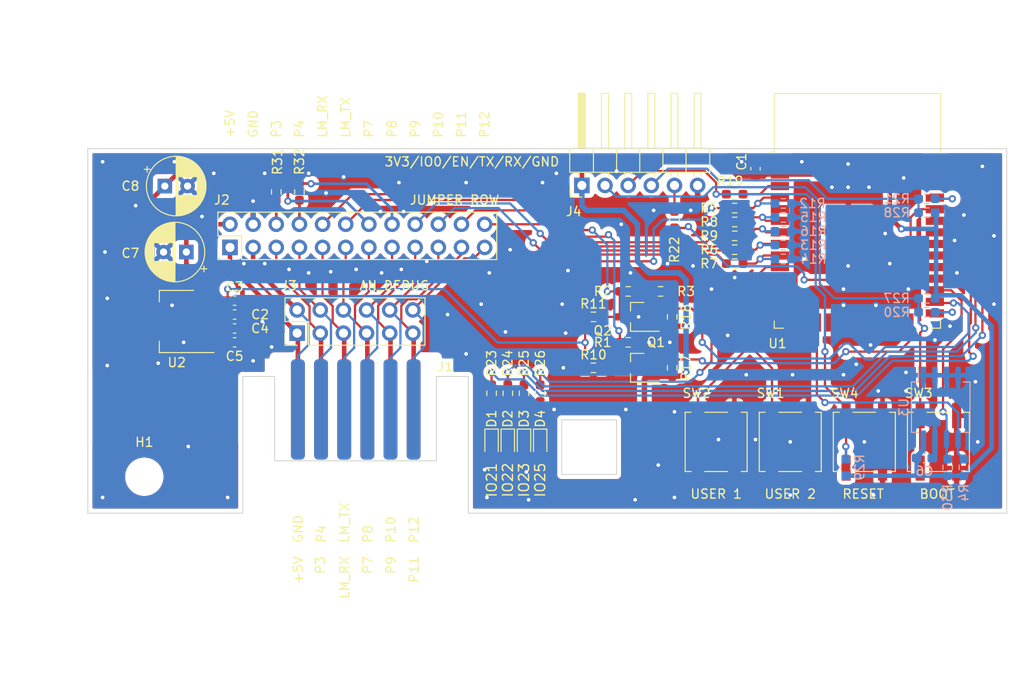
<source format=kicad_pcb>
(kicad_pcb (version 20210228) (generator pcbnew)
  (title_block (title "Buderus-KM217-WIFI") (date "2021-12-02") (rev "0.0.4") (company "the78mole") (comment 1 "Author: Daniel Glaser"))
  (layers (0 "F.Cu" signal) (31 "B.Cu" signal) (34 "B.Paste" user) (35 "F.Paste" user) (36 "B.SilkS" user "B.Silkscreen") (37 "F.SilkS" user "F.Silkscreen") (38 "B.Mask" user) (39 "F.Mask" user) (44 "Edge.Cuts" user))
  (net 0 "")
  (net 1 "GND")
  (net 2 "+3V3")
  (net 3 "+5V")
  (net 4 "Net-(D1-Pad1)")
  (net 5 "Net-(D2-Pad1)")
  (net 6 "Net-(D3-Pad1)")
  (net 7 "Net-(D4-Pad1)")
  (net 8 "LM_P1")
  (net 9 "LM_P2")
  (net 10 "LM_P3")
  (net 11 "LM_P4")
  (net 12 "LM_P5")
  (net 13 "LM_P6")
  (net 14 "LM_P7")
  (net 15 "LM_P8")
  (net 16 "LM_P9")
  (net 17 "LM_P10")
  (net 18 "LM_P11")
  (net 19 "LM_P12")
  (net 20 "Net-(J2-Pad24)")
  (net 21 "Net-(J2-Pad22)")
  (net 22 "Net-(J2-Pad20)")
  (net 23 "Net-(J2-Pad18)")
  (net 24 "Net-(J2-Pad6)")
  (net 25 "Net-(J2-Pad8)")
  (net 26 "LM_TX")
  (net 27 "LM_RX")
  (net 28 "Net-(J2-Pad14)")
  (net 29 "Net-(J2-Pad16)")
  (net 30 "ESP_RX")
  (net 31 "ESP_TX")
  (net 32 "ESP_EN")
  (net 33 "ESP_IO0")
  (net 34 "U1TX")
  (net 35 "U1RX")
  (net 36 "SDA")
  (net 37 "ADC1_CH0")
  (net 38 "ADC1_CH4")
  (net 39 "ADC1_CH5")
  (net 40 "ADC1_CH6")
  (net 41 "ADC1_CH7")
  (net 42 "Net-(R19-Pad2)")
  (net 43 "Net-(R20-Pad1)")
  (net 44 "Net-(R21-Pad1)")
  (net 45 "Net-(R22-Pad1)")
  (net 46 "Net-(R23-Pad1)")
  (net 47 "Net-(R24-Pad1)")
  (net 48 "Net-(R25-Pad1)")
  (net 49 "Net-(R26-Pad1)")
  (net 50 "SCL")
  (net 51 "Net-(SW1-Pad2)")
  (net 52 "Net-(SW2-Pad2)")
  (footprint "Resistor_SMD:R_0603_1608Metric_Pad0.98x0.95mm_HandSolder" (layer "F.Cu") (at 129.286 105.664)
    (fp_text reference "R2")
    (fp_text value "3K3")
  )
  (footprint "Resistor_SMD:R_0603_1608Metric_Pad0.98x0.95mm_HandSolder" (layer "F.Cu") (at 140.97 98.044)
    (fp_text reference "R8")
    (fp_text value "1M")
  )
  (footprint "Button_Switch_SMD:SW_SPST_B3SL-1002P" (layer "F.Cu") (at 138.938 122.174 -90)
    (fp_text reference "SW2")
    (fp_text value "USER1")
  )
  (footprint "Capacitor_SMD:C_0603_1608Metric_Pad1.08x0.95mm_HandSolder" (layer "F.Cu") (at 86.106 111.252)
    (fp_text reference "C5")
    (fp_text value "2u2")
  )
  (footprint "LED_SMD:LED_0603_1608Metric_Pad1.05x0.95mm_HandSolder" (layer "F.Cu") (at 114.3 122.428 -90)
    (fp_text reference "D1")
    (fp_text value "LED")
  )
  (footprint "Resistor_SMD:R_0603_1608Metric_Pad0.98x0.95mm_HandSolder" (layer "F.Cu") (at 125.476 114.046)
    (fp_text reference "R10")
    (fp_text value "NP")
  )
  (footprint "MountingHole:MountingHole_3.2mm_M3_DIN965" (layer "F.Cu") (at 76.2 126)
    (fp_text reference "H1")
    (fp_text value "MountingHole")
  )
  (footprint "Resistor_SMD:R_0603_1608Metric_Pad0.98x0.95mm_HandSolder" (layer "F.Cu") (at 125.476 108.458)
    (fp_text reference "R11")
    (fp_text value "NP")
  )
  (footprint "Package_TO_SOT_SMD:SOT-23_Handsoldering" (layer "F.Cu") (at 130.302 108.458 180)
    (fp_text reference "Q2")
    (fp_text value "IRLML6302 (NP)")
  )
  (footprint "Capacitor_THT:CP_Radial_D6.3mm_P2.50mm" (layer "F.Cu") (at 78.446621 94.107)
    (fp_text reference "C8")
    (fp_text value "100u/10V")
  )
  (footprint "Resistor_SMD:R_0603_1608Metric_Pad0.98x0.95mm_HandSolder" (layer "F.Cu") (at 116.078 116.84 -90)
    (fp_text reference "R24")
    (fp_text value "680")
  )
  (footprint "Resistor_SMD:R_0603_1608Metric_Pad0.98x0.95mm_HandSolder" (layer "F.Cu") (at 129.286 111.252)
    (fp_text reference "R1")
    (fp_text value "220")
  )
  (footprint "Connector_PinHeader_2.54mm:PinHeader_2x12_P2.54mm_Vertical" (layer "F.Cu") (at 85.598 100.838 90)
    (fp_text reference "J2")
    (fp_text value "JUMP_CON")
  )
  (footprint "Package_TO_SOT_SMD:SOT-23_Handsoldering" (layer "F.Cu") (at 130.302 114.046 180)
    (fp_text reference "Q1")
    (fp_text value "IRLML6302 (NP)")
  )
  (footprint "Resistor_SMD:R_0603_1608Metric_Pad0.98x0.95mm_HandSolder" (layer "F.Cu") (at 132.842 105.664)
    (fp_text reference "R3")
    (fp_text value "NP")
  )
  (footprint "Resistor_SMD:R_0603_1608Metric_Pad0.98x0.95mm_HandSolder" (layer "F.Cu") (at 140.97 96.52)
    (fp_text reference "R5")
    (fp_text value "1M")
  )
  (footprint "LED_SMD:LED_0603_1608Metric_Pad1.05x0.95mm_HandSolder" (layer "F.Cu") (at 119.634 122.428 -90)
    (fp_text reference "D4")
    (fp_text value "LED")
  )
  (footprint "Resistor_SMD:R_0603_1608Metric_Pad0.98x0.95mm_HandSolder" (layer "F.Cu") (at 134.112 114.046 90)
    (fp_text reference "R17")
    (fp_text value "NP")
  )
  (footprint "LED_SMD:LED_0603_1608Metric_Pad1.05x0.95mm_HandSolder" (layer "F.Cu") (at 117.856 122.428 -90)
    (fp_text reference "D3")
    (fp_text value "LED")
  )
  (footprint "Button_Switch_SMD:SW_SPST_B3SL-1002P" (layer "F.Cu") (at 147.066 122.174 -90)
    (fp_text reference "SW1")
    (fp_text value "USER2")
  )
  (footprint "Resistor_SMD:R_0603_1608Metric_Pad0.98x0.95mm_HandSolder" (layer "F.Cu") (at 134.112 108.458 90)
    (fp_text reference "R18")
    (fp_text value "NP")
  )
  (footprint "Resistor_SMD:R_0603_1608Metric_Pad0.98x0.95mm_HandSolder" (layer "F.Cu") (at 117.856 116.84 -90)
    (fp_text reference "R25")
    (fp_text value "680")
  )
  (footprint "Capacitor_SMD:C_0603_1608Metric_Pad1.08x0.95mm_HandSolder" (layer "F.Cu") (at 86.106 109.728)
    (fp_text reference "C4")
    (fp_text value "100n")
  )
  (footprint "Button_Switch_SMD:SW_SPST_B3SL-1002P" (layer "F.Cu") (at 163.322 122.174 -90)
    (fp_text reference "SW3")
    (fp_text value "BOOT")
  )
  (footprint "Resistor_SMD:R_0603_1608Metric_Pad0.98x0.95mm_HandSolder" (layer "F.Cu") (at 93.218 94.742 -90)
    (fp_text reference "R32")
    (fp_text value "10K")
  )
  (footprint "Package_TO_SOT_SMD:SOT-223-3_TabPin2" (layer "F.Cu") (at 79.756 108.966 180)
    (fp_text reference "U2")
    (fp_text value "AP1117-33")
  )
  (footprint "Resistor_SMD:R_0603_1608Metric_Pad0.98x0.95mm_HandSolder" (layer "F.Cu") (at 140.97 102.616)
    (fp_text reference "R7")
    (fp_text value "1M")
  )
  (footprint "Button_Switch_SMD:SW_SPST_B3SL-1002P" (layer "F.Cu") (at 155.194 122.174 -90)
    (fp_text reference "SW4")
    (fp_text value "RESET")
  )
  (footprint "Capacitor_SMD:C_0603_1608Metric_Pad1.08x0.95mm_HandSolder" (layer "F.Cu") (at 143.256 92.202 90)
    (fp_text reference "C1")
    (fp_text value "100n")
  )
  (footprint "Connector_PinHeader_2.54mm:PinHeader_2x06_P2.54mm_Vertical" (layer "F.Cu") (at 92.964 110.241 90)
    (fp_text reference "J3")
    (fp_text value "AN_DEBUG")
  )
  (footprint "Resistor_SMD:R_0603_1608Metric_Pad0.98x0.95mm_HandSolder" (layer "F.Cu") (at 140.97 101.092)
    (fp_text reference "R6")
    (fp_text value "1M")
  )
  (footprint "the78mole:LM2107_ComModuleCon" (layer "F.Cu") (at 99.4 123.698)
    (fp_text reference "J1")
    (fp_text value "2x6-Card-Edge")
  )
  (footprint "Connector_PinHeader_2.54mm:PinHeader_1x06_P2.54mm_Horizontal" (layer "F.Cu") (at 124.206 94.037 90)
    (fp_text reference "J4")
    (fp_text value "Conn_01x06")
  )
  (footprint "Resistor_SMD:R_0603_1608Metric_Pad0.98x0.95mm_HandSolder" (layer "F.Cu") (at 90.678 94.742 90)
    (fp_text reference "R31")
    (fp_text value "NP")
  )
  (footprint "Resistor_SMD:R_0603_1608Metric_Pad0.98x0.95mm_HandSolder" (layer "F.Cu") (at 140.97 99.568)
    (fp_text reference "R9")
    (fp_text value "1M")
  )
  (footprint "LED_SMD:LED_0603_1608Metric_Pad1.05x0.95mm_HandSolder" (layer "F.Cu") (at 116.078 122.428 -90)
    (fp_text reference "D2")
    (fp_text value "LED")
  )
  (footprint "Resistor_SMD:R_0603_1608Metric_Pad0.98x0.95mm_HandSolder" (layer "F.Cu") (at 134.366 97.79 90)
    (fp_text reference "R22")
    (fp_text value "220")
  )
  (footprint "Capacitor_SMD:C_0603_1608Metric_Pad1.08x0.95mm_HandSolder" (layer "F.Cu") (at 86.106 108.204)
    (fp_text reference "C2")
    (fp_text value "2u2")
  )
  (footprint "Resistor_SMD:R_0603_1608Metric_Pad0.98x0.95mm_HandSolder" (layer "F.Cu") (at 140.97 94.996)
    (fp_text reference "R19")
    (fp_text value "220")
  )
  (footprint "Resistor_SMD:R_0603_1608Metric_Pad0.98x0.95mm_HandSolder" (layer "F.Cu") (at 114.3 116.84 -90)
    (fp_text reference "R23")
    (fp_text value "680")
  )
  (footprint "Capacitor_THT:CP_Radial_D6.3mm_P2.50mm" (layer "F.Cu") (at 80.811379 101.346 180)
    (fp_text reference "C7")
    (fp_text value "100u/25V")
  )
  (footprint "Capacitor_SMD:C_0603_1608Metric_Pad1.08x0.95mm_HandSolder" (layer "F.Cu") (at 86.106 106.68)
    (fp_text reference "C3")
    (fp_text value "100n")
  )
  (footprint "RF_Module:ESP32-WROOM-32" (layer "F.Cu") (at 154.432 99.822)
    (fp_text reference "U1")
    (fp_text value "ESP32-WROOM-32D")
  )
  (footprint "Resistor_SMD:R_0603_1608Metric_Pad0.98x0.95mm_HandSolder" (layer "F.Cu") (at 119.634 116.84 -90)
    (fp_text reference "R26")
    (fp_text value "680")
  )
  (footprint "Resistor_SMD:R_0603_1608Metric_Pad0.98x0.95mm_HandSolder" (layer "B.Cu") (at 162.052 107.95 180)
    (fp_text reference "R20")
    (fp_text value "220")
  )
  (footprint "Package_SO:SO-8_5.3x6.2mm_P1.27mm" (layer "B.Cu") (at 163.576 118.364 -90)
    (fp_text reference "U3")
    (fp_text value "24LC1025")
  )
  (footprint "Capacitor_SMD:C_0603_1608Metric_Pad1.08x0.95mm_HandSolder" (layer "B.Cu") (at 161.798 123.952)
    (fp_text reference "C6")
    (fp_text value "100n")
  )
  (footprint "Resistor_SMD:R_0603_1608Metric_Pad0.98x0.95mm_HandSolder" (layer "B.Cu") (at 146.304 96.012)
    (fp_text reference "R12")
    (fp_text value "33K")
  )
  (footprint "Resistor_SMD:R_0603_1608Metric_Pad0.98x0.95mm_HandSolder" (layer "B.Cu") (at 146.304 102.108)
    (fp_text reference "R14")
    (fp_text value "33K")
  )
  (footprint "Resistor_SMD:R_0603_1608Metric_Pad0.98x0.95mm_HandSolder" (layer "B.Cu") (at 153.162 124.968 90)
    (fp_text reference "R29")
    (fp_text value "10K")
  )
  (footprint "Resistor_SMD:R_0603_1608Metric_Pad0.98x0.95mm_HandSolder" (layer "B.Cu") (at 162.052 97.028 180)
    (fp_text reference "R28")
    (fp_text value "1M")
  )
  (footprint "Resistor_SMD:R_0603_1608Metric_Pad0.98x0.95mm_HandSolder" (layer "B.Cu") (at 146.304 100.584)
    (fp_text reference "R13")
    (fp_text value "33K")
  )
  (footprint "Resistor_SMD:R_0603_1608Metric_Pad0.98x0.95mm_HandSolder" (layer "B.Cu") (at 164.338 124.968 90)
    (fp_text reference "R30")
    (fp_text value "4K7")
  )
  (footprint "Resistor_SMD:R_0603_1608Metric_Pad0.98x0.95mm_HandSolder" (layer "B.Cu") (at 166.116 124.968 90)
    (fp_text reference "R4")
    (fp_text value "4K7")
  )
  (footprint "Resistor_SMD:R_0603_1608Metric_Pad0.98x0.95mm_HandSolder" (layer "B.Cu") (at 162.052 106.426 180)
    (fp_text reference "R27")
    (fp_text value "10K")
  )
  (footprint "Resistor_SMD:R_0603_1608Metric_Pad0.98x0.95mm_HandSolder" (layer "B.Cu") (at 146.304 99.06)
    (fp_text reference "R16")
    (fp_text value "33K")
  )
  (footprint "Resistor_SMD:R_0603_1608Metric_Pad0.98x0.95mm_HandSolder" (layer "B.Cu") (at 162.052 95.504 180)
    (fp_text reference "R21")
    (fp_text value "220")
  )
  (footprint "Resistor_SMD:R_0603_1608Metric_Pad0.98x0.95mm_HandSolder" (layer "B.Cu") (at 146.304 97.536)
    (fp_text reference "R15")
    (fp_text value "33K")
  )
  (gr_rect (start 122 125.75) (end 128 119.75) (layer "Edge.Cuts") (width 0.1) (fill none))
  (gr_poly (pts (xy 170.815 130) (xy 111.75 130) (xy 111.75 115) (xy 108.25 115) (xy 108.25 124.25) (xy 90.5 124.25) (xy 90.5 115) (xy 87 115) (xy 87 130) (xy 70 130) (xy 70 90) (xy 170.815 90)) (layer "Edge.Cuts") (width 0.1) (fill none))
  (gr_text "${TITLE}\n${COMPANY}   ${REVISION}\n${ISSUE_DATE}\n${COMMENT1}" (at 78.486 118.237) (layer "F.Cu") (effects (font (size 1 0.95) (thickness 0.2))))
  (gr_text "P11" (at 105.791 134.62 90) (layer "F.SilkS") (effects (font (size 1 1)) (justify right)))
  (gr_text "USER 2" (at 147.066 127.889) (layer "F.SilkS") (effects (font (size 1 1))))
  (gr_text "+5V" (at 85.598 88.9 90) (layer "F.SilkS") (effects (font (size 1 1)) (justify left)))
  (gr_text "P7" (at 100.711 134.62 90) (layer "F.SilkS") (effects (font (size 1 1)) (justify right)))
  (gr_text "P7" (at 100.838 88.9 90) (layer "F.SilkS") (effects (font (size 1 1)) (justify left)))
  (gr_text "P12" (at 105.791 133.35 90) (layer "F.SilkS") (effects (font (size 1 1)) (justify left)))
  (gr_text "RESET" (at 155.067 127.889) (layer "F.SilkS") (effects (font (size 1 1))))
  (gr_text "P10" (at 108.458 88.9 90) (layer "F.SilkS") (effects (font (size 1 1)) (justify left)))
  (gr_text "GND" (at 93.091 133.35 90) (layer "F.SilkS") (effects (font (size 1 1)) (justify left)))
  (gr_text "AN_DEBUG" (at 103.632 105.029) (layer "F.SilkS") (effects (font (size 1 1))))
  (gr_text "IO21\nIO22\nIO23\nIO25" (at 116.967 126.365 90) (layer "F.SilkS") (effects (font (size 1.1 1.1))))
  (gr_text "P9" (at 105.918 88.9 90) (layer "F.SilkS") (effects (font (size 1 1)) (justify left)))
  (gr_text "P12" (at 113.538 88.9 90) (layer "F.SilkS") (effects (font (size 1 1)) (justify left)))
  (gr_text "LM_TX" (at 98.298 88.9 90) (layer "F.SilkS") (effects (font (size 1 1)) (justify left)))
  (gr_text "3V3/IO0/EN/TX/RX/GND" (at 112.141 91.44) (layer "F.SilkS") (effects (font (size 1 1))))
  (gr_text "P9" (at 103.251 134.62 90) (layer "F.SilkS") (effects (font (size 1 1)) (justify right)))
  (gr_text "+5V" (at 93.091 134.62 90) (layer "F.SilkS") (effects (font (size 1 1)) (justify right)))
  (gr_text "P11" (at 110.998 88.9 90) (layer "F.SilkS") (effects (font (size 1 1)) (justify left)))
  (gr_text "P4" (at 93.218 88.9 90) (layer "F.SilkS") (effects (font (size 1 1)) (justify left)))
  (gr_text "LM_TX" (at 98.171 133.35 90) (layer "F.SilkS") (effects (font (size 1 1)) (justify left)))
  (gr_text "BOOT" (at 163.195 127.889) (layer "F.SilkS") (effects (font (size 1 1))))
  (gr_text "P3" (at 95.504 134.62 90) (layer "F.SilkS") (effects (font (size 1 1)) (justify right)))
  (gr_text "P8" (at 100.711 133.35 90) (layer "F.SilkS") (effects (font (size 1 1)) (justify left)))
  (gr_text "P3" (at 90.678 88.9 90) (layer "F.SilkS") (effects (font (size 1 1)) (justify left)))
  (gr_text "LM_RX" (at 95.758 88.9 90) (layer "F.SilkS") (effects (font (size 1 1)) (justify left)))
  (gr_text "JUMPER ROW" (at 110.236 95.631) (layer "F.SilkS") (effects (font (size 1 1))))
  (gr_text "P10" (at 103.251 133.35 90) (layer "F.SilkS") (effects (font (size 1 1)) (justify left)))
  (gr_text "P4" (at 95.631 133.35 90) (layer "F.SilkS") (effects (font (size 1 1)) (justify left)))
  (gr_text "LM_RX" (at 98.171 134.62 90) (layer "F.SilkS") (effects (font (size 1 1)) (justify right)))
  (gr_text "P8" (at 103.378 88.9 90) (layer "F.SilkS") (effects (font (size 1 1)) (justify left)))
  (gr_text "USER 1" (at 138.938 127.889) (layer "F.SilkS") (effects (font (size 1 1))))
  (gr_text "GND" (at 88.138 88.9 90) (layer "F.SilkS") (effects (font (size 1 1)) (justify left)))
  (segment (start 149.066 127.222) (end 148.272 128.016) (width 0.6) (layer "F.Cu") (net 1))
  (segment (start 148.272 128.016) (end 141.732 128.016) (width 0.6) (layer "F.Cu") (net 1))
  (segment (start 82.906 112.624) (end 82.906 111.266) (width 0.5) (layer "F.Cu") (net 1))
  (segment (start 149.066 127.222) (end 149.066 125.049) (width 0.6) (layer "F.Cu") (net 1))
  (segment (start 148.59 102.87) (end 148.59 102.108) (width 0.6) (layer "F.Cu") (net 1))
  (segment (start 89.408 92.71) (end 121.412 92.71) (width 0.6) (layer "F.Cu") (net 1))
  (segment (start 136.906 94.037) (end 136.906 96.012) (width 0.6) (layer "F.Cu") (net 1))
  (segment (start 165.322 125.049) (end 165.322 127.286) (width 0.6) (layer "F.Cu") (net 1))
  (segment (start 143.256 91.3395) (end 141.8325 91.3395) (width 0.6) (layer "F.Cu") (net 1))
  (segment (start 88.138 98.298) (end 88.138 95.758) (width 0.6) (layer "F.Cu") (net 1))
  (segment (start 149.86 128.016) (end 149.066 127.222) (width 0.6) (layer "F.Cu") (net 1))
  (segment (start 164.592 128.016) (end 157.988 128.016) (width 0.6) (layer "F.Cu") (net 1))
  (segment (start 132.588 103.632) (end 129.54 103.632) (width 0.6) (layer "F.Cu") (net 1))
  (segment (start 149.066 119.299) (end 149.066 111.728) (width 0.6) (layer "F.Cu") (net 1))
  (segment (start 133.7545 105.664) (end 133.7545 102.7665) (width 0.6) (layer "F.Cu") (net 1))
  (segment (start 83.312 113.03) (end 82.906 112.624) (width 0.5) (layer "F.Cu") (net 1))
  (segment (start 157.194 127.222) (end 157.194 125.049) (width 0.6) (layer "F.Cu") (net 1))
  (segment (start 147.574 103.886) (end 148.59 102.87) (width 0.6) (layer "F.Cu") (net 1))
  (segment (start 144.399 91.567) (end 144.1715 91.3395) (width 0.6) (layer "F.Cu") (net 1))
  (segment (start 149.352 99.06) (end 149.359 99.067) (width 0.6) (layer "F.Cu") (net 1))
  (segment (start 157.194 125.049) (end 157.194 119.299) (width 0.6) (layer "F.Cu") (net 1))
  (segment (start 121.412 94.488) (end 123.698 96.774) (width 0.6) (layer "F.Cu") (net 1))
  (segment (start 88.138 93.98) (end 89.408 92.71) (width 0.6) (layer "F.Cu") (net 1))
  (segment (start 148.717 107.061) (end 148.336 106.68) (width 0.6) (layer "F.Cu") (net 1))
  (segment (start 133.604 102.616) (end 132.588 103.632) (width 0.6) (layer "F.Cu") (net 1))
  (segment (start 86.9685 108.204) (end 86.9685 109.728) (width 0.5) (layer "F.Cu") (net 1))
  (segment (start 136.906 96.012) (end 136.144 96.774) (width 0.6) (layer "F.Cu") (net 1))
  (segment (start 157.194 127.222) (end 156.4 128.016) (width 0.6) (layer "F.Cu") (net 1))
  (segment (start 88.138 95.758) (end 88.138 93.98) (width 0.6) (layer "F.Cu") (net 1))
  (segment (start 141.8325 91.3395) (end 141.732 91.44) (width 0.6) (layer "F.Cu") (net 1))
  (segment (start 149.066 111.728) (end 148.717 111.379) (width 0.6) (layer "F.Cu") (net 1))
  (segment (start 149.359 99.067) (end 153.432 99.067) (width 0.6) (layer "F.Cu") (net 1))
  (segment (start 86.9685 111.9135) (end 85.852 113.03) (width 0.5) (layer "F.Cu") (net 1))
  (segment (start 156.4 128.016) (end 149.86 128.016) (width 0.6) (layer "F.Cu") (net 1))
  (segment (start 153.432 94.25) (end 153.416 94.234) (width 0.6) (layer "F.Cu") (net 1))
  (segment (start 140.938 119.299) (end 140.938 125.049) (width 0.6) (layer "F.Cu") (net 1))
  (segment (start 153.289 91.567) (end 145.932 91.567) (width 0.6) (layer "F.Cu") (net 1))
  (segment (start 145.932 91.567) (end 144.399 91.567) (width 0.6) (layer "F.Cu") (net 1))
  (segment (start 121.412 92.71) (end 121.412 94.488) (width 0.6) (layer "F.Cu") (net 1))
  (segment (start 153.543 91.567) (end 162.932 91.567) (width 0.6) (layer "F.Cu") (net 1))
  (segment (start 148.336 106.68) (end 147.574 105.918) (width 0.6) (layer "F.Cu") (net 1))
  (segment (start 147.574 105.918) (end 147.574 103.886) (width 0.6) (layer "F.Cu") (net 1))
  (segment (start 149.066 119.299) (end 149.066 125.049) (width 0.6) (layer "F.Cu") (net 1))
  (segment (start 128.524 96.774) (end 132.08 96.774) (width 0.6) (layer "F.Cu") (net 1))
  (segment (start 82.906 111.266) (end 80.532 111.266) (width 0.5) (layer "F.Cu") (net 1))
  (segment (start 86.9685 109.728) (end 86.9685 111.252) (width 0.5) (layer "F.Cu") (net 1))
  (segment (start 153.432 99.067) (end 153.432 94.25) (width 0.6) (layer "F.Cu") (net 1))
  (segment (start 157.988 128.016) (end 157.194 127.222) (width 0.6) (layer "F.Cu") (net 1))
  (segment (start 140.938 127.222) (end 140.938 125.049) (width 0.6) (layer "F.Cu") (net 1))
  (segment (start 165.322 119.299) (end 165.322 125.049) (width 0.6) (layer "F.Cu") (net 1))
  (segment (start 86.9685 111.252) (end 86.9685 111.9135) (width 0.5) (layer "F.Cu") (net 1))
  (segment (start 85.852 113.03) (end 83.312 113.03) (width 0.5) (layer "F.Cu") (net 1))
  (segment (start 148.717 109.077) (end 148.717 107.061) (width 0.6) (layer "F.Cu") (net 1))
  (segment (start 148.717 111.379) (end 148.717 109.077) (width 0.6) (layer "F.Cu") (net 1))
  (segment (start 133.7545 102.7665) (end 133.604 102.616) (width 0.6) (layer "F.Cu") (net 1))
  (segment (start 128.524 98.298) (end 128.524 96.774) (width 0.6) (layer "F.Cu") (net 1))
  (segment (start 123.698 96.774) (end 128.524 96.774) (width 0.6) (layer "F.Cu") (net 1))
  (segment (start 80.532 111.266) (end 80.518 111.252) (width 0.5) (layer "F.Cu") (net 1))
  (segment (start 148.59 99.822) (end 149.352 99.06) (width 0.6) (layer "F.Cu") (net 1))
  (segment (start 86.9685 106.68) (end 86.9685 108.204) (width 0.5) (layer "F.Cu") (net 1))
  (segment (start 144.1715 91.3395) (end 143.256 91.3395) (width 0.6) (layer "F.Cu") (net 1))
  (segment (start 141.732 128.016) (end 140.938 127.222) (width 0.6) (layer "F.Cu") (net 1))
  (segment (start 153.416 91.694) (end 153.543 91.567) (width 0.6) (layer "F.Cu") (net 1))
  (segment (start 148.59 102.108) (end 148.59 99.822) (width 0.6) (layer "F.Cu") (net 1))
  (segment (start 165.322 127.286) (end 164.592 128.016) (width 0.6) (layer "F.Cu") (net 1))
  (segment (start 153.416 91.694) (end 153.289 91.567) (width 0.6) (layer "F.Cu") (net 1))
  (via (at 133.858 111.252) (size 0.8) (drill 0.4) (layers "F.Cu" "B.Cu") (net 1))
  (via (at 134.366 118.872) (size 0.8) (drill 0.4) (layers "F.Cu" "B.Cu") (net 1))
  (via (at 152.908 114.808) (size 0.8) (drill 0.4) (layers "F.Cu" "B.Cu") (net 1))
  (via (at 140.208 110.49) (size 0.8) (drill 0.4) (layers "F.Cu" "B.Cu") (net 1))
  (via (at 156.21 128.016) (size 0.8) (drill 0.4) (layers "F.Cu" "B.Cu") (net 1))
  (via (at 130.048 128.524) (size 0.8) (drill 0.4) (layers "F.Cu" "B.Cu") (net 1))
  (via (at 122.047 107.061) (size 0.8) (drill 0.4) (layers "F.Cu" "B.Cu") (net 1))
  (via (at 133.604 102.616) (size 0.8) (drill 0.4) (layers "F.Cu" "B.Cu") (net 1))
  (via (at 168.148 91.948) (size 0.8) (drill 0.4) (layers "F.Cu" "B.Cu") (net 1))
  (via (at 89.408 92.71) (size 0.8) (drill 0.4) (layers "F.Cu" "B.Cu") (net 1))
  (via (at 88.138 113.284) (size 0.8) (drill 0.4) (layers "F.Cu" "B.Cu") (net 1))
  (via (at 82.529487 97.44799) (size 0.8) (drill 0.4) (layers "F.Cu" "B.Cu") (net 1))
  (via (at 113.538 125.222) (size 0.8) (drill 0.4) (layers "F.Cu" "B.Cu") (net 1))
  (via (at 102.108 96.901) (size 0.8) (drill 0.4) (layers "F.Cu" "B.Cu") (net 1))
  (via (at 85.344 128.27) (size 0.8) (drill 0.4) (layers "F.Cu" "B.Cu") (net 1))
  (via (at 121.412 92.71) (size 0.8) (drill 0.4) (layers "F.Cu" "B.Cu") (net 1))
  (via (at 89.154 108.966) (size 0.8) (drill 0.4) (layers "F.Cu" "B.Cu") (net 1))
  (via (at 151.638 94.234) (size 0.8) (drill 0.4) (layers "F.Cu" "B.Cu") (net 1))
  (via (at 153.416 102.87) (size 0.8) (drill 0.4) (layers "F.Cu" "B.Cu") (net 1))
  (via (at 104.394 103.251) (size 0.8) (drill 0.4) (layers "F.Cu" "B.Cu") (net 1))
  (via (at 169.418 99.568) (size 0.8) (drill 0.4) (layers "F.Cu" "B.Cu") (net 1))
  (via (at 132.588 124.714) (size 0.8) (drill 0.4) (layers "F.Cu" "B.Cu") (net 1))
  (via (at 107.188 102.362) (size 0.8) (drill 0.4) (layers "F.Cu" "B.Cu") (net 1))
  (via (at 113.792 128.27) (size 0.8) (drill 0.4) (layers "F.Cu" "B.Cu") (net 1))
  (via (at 139.192 121.92) (size 0.8) (drill 0.4) (layers "F.Cu" "B.Cu") (net 1))
  (via (at 79.502 91.44) (size 0.8) (drill 0.4) (layers "F.Cu" "B.Cu") (net 1))
  (via (at 154.305 113.665) (size 0.8) (drill 0.4) (layers "F.Cu" "B.Cu") (net 1))
  (via (at 166.116 97.282) (size 0.8) (drill 0.4) (layers "F.Cu" "B.Cu") (net 1))
  (via (at 162.941 110.998) (size 0.8) (drill 0.4) (layers "F.Cu" "B.Cu") (net 1))
  (via (at 132.08 96.774) (size 0.8) (drill 0.4) (layers "F.Cu" "B.Cu") (net 1))
  (via (at 80.518 111.252) (size 0.8) (drill 0.4) (layers "F.Cu" "B.Cu") (net 1))
  (via (at 148.59 102.108) (size 0.8) (drill 0.4) (layers "F.Cu" "B.Cu") (net 1))
  (via (at 71.628 91.44) (size 0.8) (drill 0.4) (layers "F.Cu" "B.Cu") (net 1))
  (via (at 77.724 113.538) (size 0.8) (drill 0.4) (layers "F.Cu" "B.Cu") (net 1))
  (via (at 94.234 103.632) (size 0.8) (drill 0.4) (layers "F.Cu" "B.Cu") (net 1))
  (via (at 160.02 105.41) (size 0.8) (drill 0.4) (layers "F.Cu" "B.Cu") (net 1))
  (via (at 153.416 91.694) (size 0.8) (drill 0.4) (layers "F.Cu" "B.Cu") (net 1))
  (via (at 96.647 103.505) (size 0.8) (drill 0.4) (layers "F.Cu" "B.Cu") (net 1))
  (via (at 159.766 116.586) (size 0.8) (drill 0.4) (layers "F.Cu" "B.Cu") (net 1))
  (via (at 138.176 98.298) (size 0.8) (drill 0.4) (layers "F.Cu" "B.Cu") (net 1))
  (via (at 111.506 112.522) (size 0.8) (drill 0.4) (layers "F.Cu" "B.Cu") (net 1))
  (via (at 72.136 113.792) (size 0.8) (drill 0.4) (layers "F.Cu" "B.Cu") (net 1))
  (via (at 164.592 109.474) (size 0.8) (drill 0.4) (layers "F.Cu" "B.Cu") (net 1))
  (via (at 141.732 91.44) (size 0.8) (drill 0.4) (layers "F.Cu" "B.Cu") (net 1))
  (via (at 152.908 107.188) (size 0.8) (drill 0.4) (layers "F.Cu" "B.Cu") (net 1))
  (via (at 159.512 93.218) (size 0.8) (drill 0.4) (layers "F.Cu" "B.Cu") (net 1))
  (via (at 109.474 108.204) (size 0.8) (drill 0.4) (layers "F.Cu" "B.Cu") (net 1))
  (via (at 111.506 93.726) (size 0.8) (drill 0.4) (layers "F.Cu" "B.Cu") (net 1))
  (via (at 147.066 122.174) (size 0.8) (drill 0.4) (layers "F.Cu" "B.Cu") (net 1))
  (via (at 148.336 91.44) (size 0.8) (drill 0.4) (layers "F.Cu" "B.Cu") (net 1))
  (via (at 102.235 103.632) (size 0.8) (drill 0.4) (layers "F.Cu" "B.Cu") (net 1))
  (via (at 104.14 93.726) (size 0.8) (drill 0.4) (layers "F.Cu" "B.Cu") (net 1))
  (via (at 121.158 118.618) (size 0.8) (drill 0.4) (layers "F.Cu" "B.Cu") (net 1))
  (via (at 128.016 92.456) (size 0.8) (drill 0.4) (layers "F.Cu" "B.Cu") (net 1))
  (via (at 165.354 103.632) (size 0.8) (drill 0.4) (layers "F.Cu" "B.Cu") (net 1))
  (via (at 98.067483 93.10299) (size 0.8) (drill 0.4) (layers "F.Cu" "B.Cu") (net 1))
  (via (at 122.174 114.046) (size 0.8) (drill 0.4) (layers "F.Cu" "B.Cu") (net 1))
  (via (at 88.138 95.758) (size 0.8) (drill 0.4) (layers "F.Cu" "B.Cu") (net 1))
  (via (at 72.136 106.426) (size 0.8) (drill 0.4) (layers "F.Cu" "B.Cu") (net 1))
  (via (at 130.429 108.458) (size 0.8) (drill 0.4) (layers "F.Cu" "B.Cu") (net 1))
  (via (at 113.157 107.061) (size 0.8) (drill 0.4) (layers "F.Cu" "B.Cu") (net 1))
  (via (at 129.032 118.618) (size 0.8) (drill 0.4) (layers "F.Cu" "B.Cu") (net 1))
  (via (at 136.398 102.87) (size 0.8) (drill 0.4) (layers "F.Cu" "B.Cu") (net 1))
  (via (at 155.194 122.174) (size 0.8) (drill 0.4) (layers "F.Cu" "B.Cu") (net 1))
  (via (at 136.144 96.774) (size 0.8) (drill 0.4) (layers "F.Cu" "B.Cu") (net 1))
  (via (at 157.988 102.616) (size 0.8) (drill 0.4) (layers "F.Cu" "B.Cu") (net 1))
  (via (at 129.54 103.632) (size 0.8) (drill 0.4) (layers "F.Cu" "B.Cu") (net 1))
  (via (at 134.366 128.27) (size 0.8) (drill 0.4) (layers "F.Cu" "B.Cu") (net 1))
  (via (at 96.139 94.869) (size 0.8) (drill 0.4) (layers "F.Cu" "B.Cu") (net 1))
  (via (at 89.408 102.616) (size 0.8) (drill 0.4) (layers "F.Cu" "B.Cu") (net 1))
  (via (at 155.702 94.234) (size 0.8) (drill 0.4) (layers "F.Cu" "B.Cu") (net 1))
  (via (at 147.32 114.808) (size 0.8) (drill 0.4) (layers "F.Cu" "B.Cu") (net 1))
  (via (at 122.428 110.236) (size 0.8) (drill 0.4) (layers "F.Cu" "B.Cu") (net 1))
  (via (at 157.48 99.314) (size 0.8) (drill 0.4) (layers "F.Cu" "B.Cu") (net 1))
  (via (at 122.682 103.378) (size 0.8) (drill 0.4) (layers "F.Cu" "B.Cu") (net 1))
  (via (at 153.416 94.234) (size 0.8) (drill 0.4) (layers "F.Cu" "B.Cu") (net 1))
  (via (at 115.824 110.109) (size 0.8) (drill 0.4) (layers "F.Cu" "B.Cu") (net 1))
  (via (at 169.418 107.061) (size 0.8) (drill 0.4) (layers "F.Cu" "B.Cu") (net 1))
  (via (at 90.17 111.76) (size 0.8) (drill 0.4) (layers "F.Cu" "B.Cu") (net 1))
  (via (at 155.879892 111.54299) (size 0.8) (drill 0.4) (layers "F.Cu" "B.Cu") (net 1))
  (via (at 128.524 98.298) (size 0.8) (drill 0.4) (layers "F.Cu" "B.Cu") (net 1))
  (via (at 140.97 104.14) (size 0.8) (drill 0.4) (layers "F.Cu" "B.Cu") (net 1))
  (via (at 99.441 103.251) (size 0.8) (drill 0.4) (layers "F.Cu" "B.Cu") (net 1))
  (via (at 165.1 100.076) (size 0.8) (drill 0.4) (layers "F.Cu" "B.Cu") (net 1))
  (via (at 159.766 114.554) (size 0.8) (drill 0.4) (layers "F.Cu" "B.Cu") (net 1))
  (via (at 83.82 92.71) (size 0.8) (drill 0.4) (layers "F.Cu" "B.Cu") (net 1))
  (via (at 147.066 128.016) (size 0.8) (drill 0.4) (layers "F.Cu" "B.Cu") (net 1))
  (via (at 71.882 101.346) (size 0.8) (drill 0.4) (layers "F.Cu" "B.Cu") (net 1))
  (via (at 156.718 116.586) (size 0.8) (drill 0.4) (layers "F.Cu" "B.Cu") (net 1))
  (via (at 81.026 122.682) (size 0.8) (drill 0.4) (layers "F.Cu" "B.Cu") (net 1))
  (via (at 75.254357 96.251839) (size 0.8) (drill 0.4) (layers "F.Cu" "B.Cu") (net 1))
  (via (at 152.908 105.41) (size 0.8) (drill 0.4) (layers "F.Cu" "B.Cu") (net 1))
  (via (at 94.234 92.71) (size 0.8) (drill 0.4) (layers "F.Cu" "B.Cu") (net 1))
  (via (at 118.11 125.476) (size 0.8) (drill 0.4) (layers "F.Cu" "B.Cu") (net 1))
  (via (at 71.628 128.27) (size 0.8) (drill 0.4) (layers "F.Cu" "B.Cu") (net 1))
  (via (at 104.648 96.901) (size 0.8) (drill 0.4) (layers "F.Cu" "B.Cu") (net 1))
  (via (at 143.256 121.92) (size 0.8) (drill 0.4) (layers "F.Cu" "B.Cu") (net 1))
  (via (at 79.248 107.188) (size 0.8) (drill 0.4) (layers "F.Cu" "B.Cu") (net 1))
  (via (at 142.24 114.808) (size 0.8) (drill 0.4) (layers "F.Cu" "B.Cu") (net 1))
  (via (at 118.364 128.524) (size 0.8) (drill 0.4) (layers "F.Cu" "B.Cu") (net 1))
  (via (at 114.046 103.632) (size 0.8) (drill 0.4) (layers "F.Cu" "B.Cu") (net 1))
  (via (at 116.332 101.092) (size 0.8) (drill 0.4) (layers "F.Cu" "B.Cu") (net 1))
  (via (at 119.888 93.726) (size 0.8) (drill 0.4) (layers "F.Cu" "B.Cu") (net 1))
  (via (at 92.075 103.251) (size 0.8) (drill 0.4) (layers "F.Cu" "B.Cu") (net 1))
  (via (at 138.43 105.41) (size 0.8) (drill 0.4) (layers "F.Cu" "B.Cu") (net 1))
  (via (at 131.572 111.252) (size 0.8) (drill 0.4) (layers "F.Cu" "B.Cu") (net 1))
  (via (at 87.122 102.616) (size 0.8) (drill 0.4) (layers "F.Cu" "B.Cu") (net 1))
  (via (at 167.64 122.174) (size 0.8) (drill 0.4) (layers "F.Cu" "B.Cu") (net 1))
  (via (at 156.464 107.188) (size 0.8) (drill 0.4) (layers "F.Cu" "B.Cu") (net 1))
  (via (at 167.386 115.57) (size 0.8) (drill 0.4) (layers "F.Cu" "B.Cu") (net 1))
  (segment (start 122.682 91.44) (end 121.412 92.71) (width 0.6) (layer "B.Cu") (net 1))
  (segment (start 129.54 103.632) (end 129.032 103.124) (width 0.6) (layer "B.Cu") (net 1))
  (segment (start 80.518 95.758) (end 88.138 95.758) (width 0.5) (layer "B.Cu") (net 1))
  (segment (start 133.604 96.774) (end 132.08 96.774) (width 0.6) (layer "B.Cu") (net 1))
  (segment (start 153.416 94.234) (end 153.416 91.694) (width 0.6) (layer "B.Cu") (net 1))
  (segment (start 77.089 99.187) (end 80.518 95.758) (width 0.5) (layer "B.Cu") (net 1))
  (segment (start 141.732 91.44) (end 122.682 91.44) (width 0.6) (layer "B.Cu") (net 1))
  (segment (start 136.144 96.774) (end 133.604 96.774) (width 0.6) (layer "B.Cu") (net 1))
  (segment (start 129.032 98.806) (end 128.524 98.298) (width 0.6) (layer "B.Cu") (net 1))
  (segment (start 162.941 123.6715) (end 162.6605 123.952) (width 0.6) (layer "B.Cu") (net 1))
  (segment (start 129.032 103.124) (end 129.032 98.806) (width 0.6) (layer "B.Cu") (net 1))
  (segment (start 80.518 111.252) (end 77.089 107.823) (width 0.5) (layer "B.Cu") (net 1))
  (segment (start 77.089 107.823) (end 77.089 99.187) (width 0.5) (layer "B.Cu") (net 1))
  (segment (start 148.59 102.108) (end 147.2165 102.108) (width 0.6) (layer "B.Cu") (net 1))
  (segment (start 162.941 121.864) (end 162.941 123.6715) (width 0.6) (layer "B.Cu") (net 1))
  (segment (start 124.206 91.186) (end 139.446 91.186) (width 0.5) (layer "F.Cu") (net 2))
  (segment (start 135.636 109.474) (end 134.2155 109.474) (width 0.6) (layer "F.Cu") (net 2))
  (segment (start 119.634 126.746) (end 120.65 127.762) (width 0.6) (layer "F.Cu") (net 2))
  (segment (start 144.399 92.837) (end 145.932 92.837) (width 0.5) (layer "F.Cu") (net 2))
  (segment (start 76.606 108.966) (end 81.026 108.966) (width 0.5) (layer "F.Cu") (net 2))
  (segment (start 85.2435 109.728) (end 84.582 109.728) (width 0.5) (layer "F.Cu") (net 2))
  (segment (start 157.988 97.536) (end 157.988 94.234) (width 0.5) (layer "F.Cu") (net 2))
  (segment (start 157.988 94.234) (end 156.591 92.837) (width 0.5) (layer "F.Cu") (net 2))
  (segment (start 78.446621 94.107) (end 76.581 95.972621) (width 0.5) (layer "F.Cu") (net 2))
  (segment (start 134.0745 114.996) (end 134.112 114.9585) (width 0.25) (layer "F.Cu") (net 2))
  (segment (start 143.256 93.0645) (end 144.1715 93.0645) (width 0.5) (layer "F.Cu") (net 2))
  (segment (start 135.2315 114.9585) (end 135.636 114.554) (width 0.6) (layer "F.Cu") (net 2))
  (segment (start 76.073 96.480621) (end 76.073 108.433) (width 0.5) (layer "F.Cu") (net 2))
  (segment (start 117.856 123.303) (end 119.634 123.303) (width 0.6) (layer "F.Cu") (net 2))
  (segment (start 116.078 123.303) (end 117.856 123.303) (width 0.6) (layer "F.Cu") (net 2))
  (segment (start 114.3 123.303) (end 116.078 123.303) (width 0.6) (layer "F.Cu") (net 2))
  (segment (start 124.206 94.037) (end 124.206 91.186) (width 0.5) (layer "F.Cu") (net 2))
  (segment (start 85.2435 111.252) (end 85.2435 109.728) (width 0.5) (layer "F.Cu") (net 2))
  (segment (start 131.064 124.968) (end 131.064 115.316) (width 0.6) (layer "F.Cu") (net 2))
  (segment (start 131.384 114.996) (end 131.802 114.996) (width 0.6) (layer "F.Cu") (net 2))
  (segment (start 139.446 91.186) (end 141.3245 93.0645) (width 0.5) (layer "F.Cu") (net 2))
  (segment (start 144.1715 93.0645) (end 144.399 92.837) (width 0.5) (layer "F.Cu") (net 2))
  (segment (start 134.112 114.9585) (end 135.2315 114.9585) (width 0.6) (layer "F.Cu") (net 2))
  (segment (start 159.258 98.806) (end 157.988 97.536) (width 0.5) (layer "F.Cu") (net 2))
  (segment (start 124.206 91.186) (end 81.367621 91.186) (width 0.5) (layer "F.Cu") (net 2))
  (segment (start 134.2155 109.474) (end 134.112 109.3705) (width 0.6) (layer "F.Cu") (net 2))
  (segment (start 120.65 127.762) (end 128.27 127.762) (width 0.6) (layer "F.Cu") (net 2))
  (segment (start 81.367621 91.186) (end 78.446621 94.107) (width 0.5) (layer "F.Cu") (net 2))
  (segment (start 131.064 115.316) (end 131.384 114.996) (width 0.6) (layer "F.Cu") (net 2))
  (segment (start 141.3245 93.0645) (end 143.256 93.0645) (width 0.5) (layer "F.Cu") (net 2))
  (segment (start 84.582 109.728) (end 83.82 108.966) (width 0.5) (layer "F.Cu") (net 2))
  (segment (start 156.591 92.837) (end 145.932 92.837) (width 0.5) (layer "F.Cu") (net 2))
  (segment (start 131.802 109.408) (end 134.0745 109.408) (width 0.25) (layer "F.Cu") (net 2))
  (segment (start 76.581 95.972621) (end 76.073 96.480621) (width 0.5) (layer "F.Cu") (net 2))
  (segment (start 128.27 127.762) (end 131.064 124.968) (width 0.6) (layer "F.Cu") (net 2))
  (segment (start 119.634 123.303) (end 119.634 126.746) (width 0.6) (layer "F.Cu") (net 2))
  (segment (start 83.82 108.966) (end 82.906 108.966) (width 0.5) (layer "F.Cu") (net 2))
  (segment (start 131.802 114.996) (end 134.0745 114.996) (width 0.6) (layer "F.Cu") (net 2))
  (segment (start 76.073 108.433) (end 76.606 108.966) (width 0.5) (layer "F.Cu") (net 2))
  (segment (start 134.0745 109.408) (end 134.112 109.3705) (width 0.25) (layer "F.Cu") (net 2))
  (segment (start 81.026 108.966) (end 82.906 108.966) (width 0.5) (layer "F.Cu") (net 2))
  (via (at 135.636 114.554) (size 0.8) (drill 0.4) (layers "F.Cu" "B.Cu") (net 2))
  (via (at 159.258 98.806) (size 0.8) (drill 0.4) (layers "F.Cu" "B.Cu") (net 2))
  (via (at 135.636 109.474) (size 0.8) (drill 0.4) (layers "F.Cu" "B.Cu") (net 2))
  (segment (start 163.306501 106.083999) (end 165.773999 106.083999) (width 0.5) (layer "B.Cu") (net 2))
  (segment (start 163.068 98.806) (end 163.068 106.3225) (width 0.5) (layer "B.Cu") (net 2))
  (segment (start 160.9355 123.7985) (end 160.9355 123.952) (width 0.6) (layer "B.Cu") (net 2))
  (segment (start 161.671 121.864) (end 161.671 123.063) (width 0.6) (layer "B.Cu") (net 2))
  (segment (start 169.164 122.8325) (end 166.116 125.8805) (width 0.5) (layer "B.Cu") (net 2))
  (segment (start 130.302 102.362) (end 130.302 98.298) (width 0.6) (layer "B.Cu") (net 2))
  (segment (start 135.636 114.554) (end 135.636 109.474) (width 0.6) (layer "B.Cu") (net 2))
  (segment (start 163.068 98.806) (end 163.068 97.1315) (width 0.5) (layer "B.Cu") (net 2))
  (segment (start 135.636 104.394) (end 134.874 103.632) (width 0.6) (layer "B.Cu") (net 2))
  (segment (start 128.778 96.774) (end 124.714 96.774) (width 0.6) (layer "B.Cu") (net 2))
  (segment (start 165.773999 106.083999) (end 169.164 109.474) (width 0.5) (layer "B.Cu") (net 2))
  (segment (start 166.116 125.8805) (end 164.338 125.8805) (width 0.5) (layer "B.Cu") (net 2))
  (segment (start 161.671 123.063) (end 160.9355 123.7985) (width 0.6) (layer "B.Cu") (net 2))
  (segment (start 160.9355 125.8805) (end 160.9355 123.952) (width 0.5) (layer "B.Cu") (net 2))
  (segment (start 130.302 98.298) (end 128.778 96.774) (width 0.6) (layer "B.Cu") (net 2))
  (segment (start 163.068 97.1315) (end 162.9645 97.028) (width 0.5) (layer "B.Cu") (net 2))
  (segment (start 163.068 106.3225) (end 162.9645 106.426) (width 0.5) (layer "B.Cu") (net 2))
  (segment (start 162.9645 106.426) (end 163.306501 106.083999) (width 0.5) (layer "B.Cu") (net 2))
  (segment (start 131.572 103.632) (end 130.302 102.362) (width 0.6) (layer "B.Cu") (net 2))
  (segment (start 124.714 96.774) (end 124.206 96.266) (width 0.6) (layer "B.Cu") (net 2))
  (segment (start 134.874 103.632) (end 131.572 103.632) (width 0.6) (layer "B.Cu") (net 2))
  (segment (start 164.338 125.8805) (end 160.9355 125.8805) (width 0.5) (layer "B.Cu") (net 2))
  (segment (start 153.162 125.8805) (end 160.9355 125.8805) (width 0.5) (layer "B.Cu") (net 2))
  (segment (start 159.258 98.806) (end 163.068 98.806) (width 0.5) (layer "B.Cu") (net 2))
  (segment (start 169.164 109.474) (end 169.164 122.8325) (width 0.5) (layer "B.Cu") (net 2))
  (segment (start 135.636 109.474) (end 135.636 104.394) (width 0.6) (layer "B.Cu") (net 2))
  (segment (start 124.206 96.266) (end 124.206 94.037) (width 0.6) (layer "B.Cu") (net 2))
  (segment (start 138.43 96.52) (end 140.0575 96.52) (width 0.25) (layer "F.Cu") (net 3))
  (segment (start 82.906 104.75) (end 82.906 106.666) (width 0.5) (layer "F.Cu") (net 3))
  (segment (start 85.598 98.298) (end 82.423 98.298) (width 0.5) (layer "F.Cu") (net 3))
  (segment (start 80.811379 102.655379) (end 82.906 104.75) (width 0.5) (layer "F.Cu") (net 3))
  (segment (start 124.5635 105.4335) (end 124.587 105.41) (width 0.25) (layer "F.Cu") (net 3))
  (segment (start 80.811379 99.909621) (end 80.811379 101.346) (width 0.5) (layer "F.Cu") (net 3))
  (segment (start 82.906 106.666) (end 85.2295 106.666) (width 0.5) (layer "F.Cu") (net 3))
  (segment (start 85.344 106.5795) (end 85.2435 106.68) (width 0.25) (layer "F.Cu") (net 3))
  (segment (start 85.2295 106.666) (end 85.2435 106.68) (width 0.5) (layer "F.Cu") (net 3))
  (segment (start 124.5635 108.458) (end 124.5635 103.2745) (width 0.25) (layer "F.Cu") (net 3))
  (segment (start 85.2435 108.204) (end 85.2435 106.68) (width 0.5) (layer "F.Cu") (net 3))
  (segment (start 124.5635 111.2755) (end 124.5635 108.458) (width 0.25) (layer "F.Cu") (net 3))
  (segment (start 82.423 98.298) (end 80.811379 99.909621) (width 0.5) (layer "F.Cu") (net 3))
  (segment (start 80.811379 101.346) (end 80.811379 102.655379) (width 0.5) (layer "F.Cu") (net 3))
  (segment (start 124.5635 108.458) (end 124.5635 105.4335) (width 0.25) (layer "F.Cu") (net 3))
  (segment (start 125.476 102.362) (end 132.08 102.362) (width 0.25) (layer "F.Cu") (net 3))
  (segment (start 124.5635 103.2745) (end 125.476 102.362) (width 0.25) (layer "F.Cu") (net 3))
  (segment (start 85.344 105.41) (end 85.344 106.5795) (width 0.25) (layer "F.Cu") (net 3))
  (segment (start 124.5635 114.046) (end 124.5635 111.2755) (width 0.25) (layer "F.Cu") (net 3))
  (via (at 85.344 105.41) (size 0.8) (drill 0.4) (layers "F.Cu" "B.Cu") (net 3))
  (via (at 138.43 96.52) (size 0.8) (drill 0.4) (layers "F.Cu" "B.Cu") (net 3))
  (via (at 124.5635 111.2755) (size 0.8) (drill 0.4) (layers "F.Cu" "B.Cu") (net 3))
  (via (at 132.08 102.362) (size 0.8) (drill 0.4) (layers "F.Cu" "B.Cu") (net 3))
  (segment (start 132.08 102.362) (end 132.08 98.806) (width 0.25) (layer "B.Cu") (net 3))
  (segment (start 114.9585 111.2755) (end 124.5635 111.2755) (width 0.25) (layer "B.Cu") (net 3))
  (segment (start 132.08 98.806) (end 133.096 97.79) (width 0.25) (layer "B.Cu") (net 3))
  (segment (start 136.398 97.79) (end 137.16 97.79) (width 0.25) (layer "B.Cu") (net 3))
  (segment (start 137.16 97.79) (end 138.43 96.52) (width 0.25) (layer "B.Cu") (net 3))
  (segment (start 85.344 105.41) (end 109.093 105.41) (width 0.25) (layer "B.Cu") (net 3))
  (segment (start 133.096 97.79) (end 136.398 97.79) (width 0.25) (layer "B.Cu") (net 3))
  (segment (start 109.093 105.41) (end 114.9585 111.2755) (width 0.25) (layer "B.Cu") (net 3))
  (segment (start 114.3 117.7525) (end 114.3 121.553) (width 0.25) (layer "F.Cu") (net 4))
  (segment (start 116.078 117.7525) (end 116.078 121.553) (width 0.25) (layer "F.Cu") (net 5))
  (segment (start 117.856 117.7525) (end 117.856 121.553) (width 0.25) (layer "F.Cu") (net 6))
  (segment (start 119.634 117.7525) (end 119.634 121.553) (width 0.25) (layer "F.Cu") (net 7))
  (segment (start 93.05 110.327) (end 92.964 110.241) (width 0.5) (layer "F.Cu") (net 8))
  (segment (start 92.964 110.241) (end 85.598 102.875) (width 0.5) (layer "F.Cu") (net 8))
  (segment (start 93.05 118.618) (end 93.05 110.327) (width 0.5) (layer "F.Cu") (net 8))
  (segment (start 85.598 102.875) (end 85.598 100.838) (width 0.5) (layer "F.Cu") (net 8))
  (segment (start 88.138 100.838) (end 88.138 102.875) (width 0.5) (layer "F.Cu") (net 9))
  (segment (start 88.138 102.875) (end 92.964 107.701) (width 0.5) (layer "F.Cu") (net 9))
  (segment (start 94.234 108.971) (end 94.234 111.506) (width 0.25) (layer "B.Cu") (net 9))
  (segment (start 94.234 111.506) (end 93.05 112.69) (width 0.25) (layer "B.Cu") (net 9))
  (segment (start 92.964 107.701) (end 94.234 108.971) (width 0.25) (layer "B.Cu") (net 9))
  (segment (start 93.05 112.69) (end 93.05 118.618) (width 0.25) (layer "B.Cu") (net 9))
  (segment (start 90.678 103.632) (end 94.328989 107.282989) (width 0.25) (layer "F.Cu") (net 10))
  (segment (start 90.678 100.838) (end 90.678 103.632) (width 0.25) (layer "F.Cu") (net 10))
  (segment (start 95.59 118.618) (end 95.59 110.327) (width 0.5) (layer "F.Cu") (net 10))
  (segment (start 94.328989 109.065989) (end 95.504 110.241) (width 0.25) (layer "F.Cu") (net 10))
  (segment (start 95.59 110.327) (end 95.504 110.241) (width 0.5) (layer "F.Cu") (net 10))
  (segment (start 94.328989 107.282989) (end 94.328989 109.065989) (width 0.25) (layer "F.Cu") (net 10))
  (segment (start 93.218 100.838) (end 93.218 105.415) (width 0.25) (layer "F.Cu") (net 11))
  (segment (start 93.218 105.415) (end 95.504 107.701) (width 0.25) (layer "F.Cu") (net 11))
  (segment (start 95.59 112.944) (end 95.59 118.618) (width 0.25) (layer "B.Cu") (net 11))
  (segment (start 96.679011 111.854989) (end 95.59 112.944) (width 0.25) (layer "B.Cu") (net 11))
  (segment (start 95.504 107.701) (end 96.679011 108.876011) (width 0.25) (layer "B.Cu") (net 11))
  (segment (start 96.679011 108.876011) (end 96.679011 111.854989) (width 0.25) (layer "B.Cu") (net 11))
  (segment (start 95.758 100.838) (end 95.758 106.172) (width 0.25) (layer "F.Cu") (net 12))
  (segment (start 96.868989 109.065989) (end 98.044 110.241) (width 0.25) (layer "F.Cu") (net 12))
  (segment (start 95.758 106.172) (end 96.868989 107.282989) (width 0.25) (layer "F.Cu") (net 12))
  (segment (start 96.868989 107.282989) (end 96.868989 109.065989) (width 0.25) (layer "F.Cu") (net 12))
  (segment (start 98.13 118.618) (end 98.13 110.327) (width 0.5) (layer "F.Cu") (net 12))
  (segment (start 98.13 110.327) (end 98.044 110.241) (width 0.5) (layer "F.Cu") (net 12))
  (segment (start 98.298 100.838) (end 98.298 104.394) (width 0.25) (layer "F.Cu") (net 13))
  (segment (start 98.044 104.648) (end 98.044 107.701) (width 0.25) (layer "F.Cu") (net 13))
  (segment (start 98.298 104.394) (end 98.044 104.648) (width 0.25) (layer "F.Cu") (net 13))
  (segment (start 99.219011 111.854989) (end 98.13 112.944) (width 0.25) (layer "B.Cu") (net 13))
  (segment (start 99.219011 108.876011) (end 99.219011 111.854989) (width 0.25) (layer "B.Cu") (net 13))
  (segment (start 98.044 107.701) (end 99.219011 108.876011) (width 0.25) (layer "B.Cu") (net 13))
  (segment (start 98.13 112.944) (end 98.13 118.618) (width 0.25) (layer "B.Cu") (net 13))
  (segment (start 100.838 105.664) (end 99.314 107.188) (width 0.25) (layer "F.Cu") (net 14))
  (segment (start 100.67 118.618) (end 100.67 110.327) (width 0.5) (layer "F.Cu") (net 14))
  (segment (start 99.314 108.971) (end 100.584 110.241) (width 0.25) (layer "F.Cu") (net 14))
  (segment (start 100.838 100.838) (end 100.838 105.664) (width 0.25) (layer "F.Cu") (net 14))
  (segment (start 100.67 110.327) (end 100.584 110.241) (width 0.5) (layer "F.Cu") (net 14))
  (segment (start 99.314 107.188) (end 99.314 108.971) (width 0.25) (layer "F.Cu") (net 14))
  (segment (start 103.378 104.907) (end 100.584 107.701) (width 0.25) (layer "F.Cu") (net 15))
  (segment (start 103.378 100.838) (end 103.378 104.907) (width 0.25) (layer "F.Cu") (net 15))
  (segment (start 100.584 107.701) (end 101.759011 108.876011) (width 0.25) (layer "B.Cu") (net 15))
  (segment (start 101.759011 108.876011) (end 101.759011 111.854989) (width 0.25) (layer "B.Cu") (net 15))
  (segment (start 101.759011 111.854989) (end 100.67 112.944) (width 0.25) (layer "B.Cu") (net 15))
  (segment (start 100.67 112.944) (end 100.67 118.618) (width 0.25) (layer "B.Cu") (net 15))
  (segment (start 103.21 110.327) (end 103.124 110.241) (width 0.5) (layer "F.Cu") (net 16))
  (segment (start 105.918 103.167983) (end 101.854 107.231983) (width 0.25) (layer "F.Cu") (net 16))
  (segment (start 105.918 100.838) (end 105.918 103.167983) (width 0.25) (layer "F.Cu") (net 16))
  (segment (start 101.854 107.231983) (end 101.854 108.971) (width 0.25) (layer "F.Cu") (net 16))
  (segment (start 101.854 108.971) (end 103.124 110.241) (width 0.25) (layer "F.Cu") (net 16))
  (segment (start 103.21 118.618) (end 103.21 110.327) (width 0.5) (layer "F.Cu") (net 16))
  (segment (start 108.458 100.838) (end 108.458 102.367) (width 0.25) (layer "F.Cu") (net 17))
  (segment (start 108.458 102.367) (end 103.124 107.701) (width 0.25) (layer "F.Cu") (net 17))
  (segment (start 103.124 107.701) (end 104.299011 108.876011) (width 0.25) (layer "B.Cu") (net 17))
  (segment (start 103.21 112.944) (end 103.21 118.618) (width 0.25) (layer "B.Cu") (net 17))
  (segment (start 104.299011 108.876011) (end 104.299011 111.854989) (width 0.25) (layer "B.Cu") (net 17))
  (segment (start 104.299011 111.854989) (end 103.21 112.944) (width 0.25) (layer "B.Cu") (net 17))
  (segment (start 105.099994 106.525989) (end 104.394 107.231983) (width 0.25) (layer "F.Cu") (net 18))
  (segment (start 106.072011 106.525989) (end 105.099994 106.525989) (width 0.25) (layer "F.Cu") (net 18))
  (segment (start 104.394 107.231983) (end 104.394 108.971) (width 0.25) (layer "F.Cu") (net 18))
  (segment (start 110.998 101.6) (end 106.072011 106.525989) (width 0.25) (layer "F.Cu") (net 18))
  (segment (start 104.394 108.971) (end 105.664 110.241) (width 0.25) (layer "F.Cu") (net 18))
  (segment (start 105.75 110.327) (end 105.664 110.241) (width 0.5) (layer "F.Cu") (net 18))
  (segment (start 105.75 118.618) (end 105.75 110.327) (width 0.5) (layer "F.Cu") (net 18))
  (segment (start 110.998 100.838) (end 110.998 101.6) (width 0.25) (layer "F.Cu") (net 18))
  (segment (start 105.664 107.696) (end 105.664 107.701) (width 0.25) (layer "F.Cu") (net 19))
  (segment (start 111.319596 102.040404) (end 105.664 107.696) (width 0.25) (layer "F.Cu") (net 19))
  (segment (start 113.538 100.838) (end 112.335596 102.040404) (width 0.25) (layer "F.Cu") (net 19))
  (segment (start 112.335596 102.040404) (end 111.319596 102.040404) (width 0.25) (layer "F.Cu") (net 19))
  (segment (start 105.75 112.944) (end 105.75 118.618) (width 0.25) (layer "B.Cu") (net 19))
  (segment (start 106.839011 108.876011) (end 106.839011 111.854989) (width 0.25) (layer "B.Cu") (net 19))
  (segment (start 106.839011 111.854989) (end 105.75 112.944) (width 0.25) (layer "B.Cu") (net 19))
  (segment (start 105.664 107.701) (end 106.839011 108.876011) (width 0.25) (layer "B.Cu") (net 19))
  (segment (start 138.903478 100.722022) (end 122.566022 100.722022) (width 0.25) (layer "F.Cu") (net 20))
  (segment (start 120.142 98.298) (end 113.538 98.298) (width 0.25) (layer "F.Cu") (net 20))
  (segment (start 140.0575 99.568) (end 138.903478 100.722022) (width 0.25) (layer "F.Cu") (net 20))
  (segment (start 122.566022 100.722022) (end 120.142 98.298) (width 0.25) (layer "F.Cu") (net 20))
  (segment (start 140.0575 98.044) (end 137.829489 100.272011) (width 0.25) (layer "F.Cu") (net 21))
  (segment (start 137.829489 100.272011) (end 122.878011 100.272011) (width 0.25) (layer "F.Cu") (net 21))
  (segment (start 119.38 96.774) (end 112.522 96.774) (width 0.25) (layer "F.Cu") (net 21))
  (segment (start 122.878011 100.272011) (end 119.38 96.774) (width 0.25) (layer "F.Cu") (net 21))
  (segment (start 112.522 96.774) (end 110.998 98.298) (width 0.25) (layer "F.Cu") (net 21))
  (segment (start 140.0575 102.616) (end 139.063544 101.622044) (width 0.25) (layer "F.Cu") (net 22))
  (segment (start 139.063544 101.622044) (end 120.164044 101.622044) (width 0.25) (layer "F.Cu") (net 22))
  (segment (start 120.164044 101.622044) (end 118.872 100.33) (width 0.25) (layer "F.Cu") (net 22))
  (via (at 118.872 100.33) (size 0.8) (drill 0.4) (layers "F.Cu" "B.Cu") (net 22))
  (segment (start 110.236 96.52) (end 108.458 98.298) (width 0.25) (layer "B.Cu") (net 22))
  (segment (start 118.872 100.33) (end 115.062 96.52) (width 0.25) (layer "B.Cu") (net 22))
  (segment (start 115.062 96.52) (end 110.236 96.52) (width 0.25) (layer "B.Cu") (net 22))
  (segment (start 139.977467 101.172033) (end 121.492033 101.172033) (width 0.25) (layer "F.Cu") (net 23))
  (segment (start 121.492033 101.172033) (end 119.634 99.314) (width 0.25) (layer "F.Cu") (net 23))
  (segment (start 140.0575 101.092) (end 139.977467 101.172033) (width 0.25) (layer "F.Cu") (net 23))
  (via (at 119.634 99.314) (size 0.8) (drill 0.4) (layers "F.Cu" "B.Cu") (net 23))
  (segment (start 119.634 99.314) (end 116.332 96.012) (width 0.25) (layer "B.Cu") (net 23))
  (segment (start 108.204 96.012) (end 105.918 98.298) (width 0.25) (layer "B.Cu") (net 23))
  (segment (start 116.332 96.012) (end 108.204 96.012) (width 0.25) (layer "B.Cu") (net 23))
  (segment (start 90.678 95.6545) (end 90.678 98.298) (width 0.3) (layer "F.Cu") (net 24))
  (segment (start 93.218 95.6545) (end 93.218 98.298) (width 0.3) (layer "F.Cu") (net 25))
  (segment (start 123.825 98.933) (end 125.349 98.933) (width 0.25) (layer "F.Cu") (net 26))
  (segment (start 128.3735 108.1005) (end 128.3735 105.664) (width 0.25) (layer "F.Cu") (net 26))
  (segment (start 128.802 108.458) (end 128.524 108.458) (width 0.25) (layer "F.Cu") (net 26))
  (segment (start 128.802 108.458) (end 126.3885 108.458) (width 0.25) (layer "F.Cu") (net 26))
  (segment (start 128.3735 105.664) (end 127 105.664) (width 0.25) (layer "F.Cu") (net 26))
  (segment (start 95.758 98.298) (end 99.06 94.996) (width 0.25) (layer "F.Cu") (net 26))
  (segment (start 128.27 108.204) (end 128.3735 108.1005) (width 0.25) (layer "F.Cu") (net 26))
  (segment (start 119.888 94.996) (end 123.825 98.933) (width 0.25) (layer "F.Cu") (net 26))
  (segment (start 99.06 94.996) (end 119.888 94.996) (width 0.25) (layer "F.Cu") (net 26))
  (segment (start 128.524 108.458) (end 128.27 108.204) (width 0.25) (layer "F.Cu") (net 26))
  (via (at 127 105.664) (size 0.8) (drill 0.4) (layers "F.Cu" "B.Cu") (net 26))
  (via (at 125.349 98.933) (size 0.8) (drill 0.4) (layers "F.Cu" "B.Cu") (net 26))
  (segment (start 127 100.584) (end 125.349 98.933) (width 0.25) (layer "B.Cu") (net 26))
  (segment (start 127 105.664) (end 127 100.584) (width 0.25) (layer "B.Cu") (net 26))
  (segment (start 128.524 114.046) (end 128.27 113.792) (width 0.25) (layer "F.Cu") (net 27))
  (segment (start 128.802 114.046) (end 128.524 114.046) (width 0.25) (layer "F.Cu") (net 27))
  (segment (start 100.965 95.631) (end 119.507 95.631) (width 0.25) (layer "F.Cu") (net 27))
  (segment (start 128.3735 111.252) (end 128.3735 110.0855) (width 0.25) (layer "F.Cu") (net 27))
  (segment (start 128.27 113.792) (end 128.3735 113.6885) (width 0.25) (layer "F.Cu") (net 27))
  (segment (start 119.507 95.631) (end 123.534001 99.658001) (width 0.25) (layer "F.Cu") (net 27))
  (segment (start 126.909999 99.658001) (end 127.127 99.441) (width 0.25) (layer "F.Cu") (net 27))
  (segment (start 126.3885 114.046) (end 128.802 114.046) (width 0.25) (layer "F.Cu") (net 27))
  (segment (start 128.3735 113.6885) (end 128.3735 111.252) (width 0.25) (layer "F.Cu") (net 27))
  (segment (start 98.298 98.298) (end 100.965 95.631) (width 0.25) (layer "F.Cu") (net 27))
  (segment (start 128.3735 110.0855) (end 128.27 109.982) (width 0.25) (layer "F.Cu") (net 27))
  (segment (start 123.534001 99.658001) (end 126.909999 99.658001) (width 0.25) (layer "F.Cu") (net 27))
  (via (at 128.27 109.982) (size 0.8) (drill 0.4) (layers "F.Cu" "B.Cu") (net 27))
  (via (at 127.127 99.441) (size 0.8) (drill 0.4) (layers "F.Cu" "B.Cu") (net 27))
  (segment (start 127.762 100.076) (end 127.127 99.441) (width 0.25) (layer "B.Cu") (net 27))
  (segment (start 127.762 109.474) (end 127.762 100.076) (width 0.25) (layer "B.Cu") (net 27))
  (segment (start 128.27 109.982) (end 127.762 109.474) (width 0.25) (layer "B.Cu") (net 27))
  (segment (start 91.948 94.234) (end 91.948 95.758) (width 0.3) (layer "F.Cu") (net 28))
  (segment (start 90.678 93.8295) (end 91.5435 93.8295) (width 0.3) (layer "F.Cu") (net 28))
  (segment (start 91.5435 93.8295) (end 91.948 94.234) (width 0.3) (layer "F.Cu") (net 28))
  (via (at 91.948 95.758) (size 0.8) (drill 0.4) (layers "F.Cu" "B.Cu") (net 28))
  (segment (start 91.948 95.758) (end 98.298 95.758) (width 0.3) (layer "B.Cu") (net 28))
  (segment (start 98.298 95.758) (end 100.838 98.298) (width 0.3) (layer "B.Cu") (net 28))
  (segment (start 93.218 93.8295) (end 94.4645 93.8295) (width 0.3) (layer "F.Cu") (net 29))
  (segment (start 94.4645 93.8295) (end 94.488 93.853) (width 0.3) (layer "F.Cu") (net 29))
  (via (at 94.488 93.853) (size 0.8) (drill 0.4) (layers "F.Cu" "B.Cu") (net 29))
  (segment (start 103.378 96.647) (end 100.584 93.853) (width 0.3) (layer "B.Cu") (net 29))
  (segment (start 103.378 98.298) (end 103.378 96.647) (width 0.3) (layer "B.Cu") (net 29))
  (segment (start 100.584 93.853) (end 94.488 93.853) (width 0.3) (layer "B.Cu") (net 29))
  (segment (start 134.366 96.8775) (end 134.366 94.037) (width 0.25) (layer "F.Cu") (net 30))
  (segment (start 151.13 95.504) (end 149.098 93.472) (width 0.25) (layer "B.Cu") (net 31))
  (segment (start 161.1395 95.504) (end 161.1395 97.028) (width 0.25) (layer "B.Cu") (net 31))
  (segment (start 137.922 92.202) (end 133.661 92.202) (width 0.25) (layer "B.Cu") (net 31))
  (segment (start 133.661 92.202) (end 131.826 94.037) (width 0.25) (layer "B.Cu") (net 31))
  (segment (start 139.192 93.472) (end 137.922 92.202) (width 0.25) (layer "B.Cu") (net 31))
  (segment (start 161.1395 95.504) (end 151.13 95.504) (width 0.25) (layer "B.Cu") (net 31))
  (segment (start 149.098 93.472) (end 139.192 93.472) (width 0.25) (layer "B.Cu") (net 31))
  (segment (start 151.892 117.094) (end 150.876 116.078) (width 0.25) (layer "F.Cu") (net 32))
  (segment (start 153.194 125.049) (end 153.194 122.714) (width 0.25) (layer "F.Cu") (net 32))
  (segment (start 150.876 116.078) (end 150.876 112.268) (width 0.25) (layer "F.Cu") (net 32))
  (segment (start 130.867 92.456) (end 129.286 94.037) (width 0.25) (layer "F.Cu") (net 32))
  (segment (start 153.194 119.299) (end 153.194 122.65) (width 0.25) (layer "F.Cu") (net 32))
  (segment (start 137.668 92.456) (end 130.867 92.456) (width 0.25) (layer "F.Cu") (net 32))
  (segment (start 153.194 122.65) (end 153.162 122.682) (width 0.25) (layer "F.Cu") (net 32))
  (segment (start 138.938 94.996) (end 138.938 93.726) (width 0.25) (layer "F.Cu") (net 32))
  (segment (start 138.938 94.996) (end 140.0575 94.996) (width 0.25) (layer "F.Cu") (net 32))
  (segment (start 138.938 93.726) (end 137.668 92.456) (width 0.25) (layer "F.Cu") (net 32))
  (segment (start 153.194 119.299) (end 153.194 118.396) (width 0.25) (layer "F.Cu") (net 32))
  (segment (start 153.194 118.396) (end 151.892 117.094) (width 0.25) (layer "F.Cu") (net 32))
  (segment (start 153.194 122.714) (end 153.162 122.682) (width 0.25) (layer "F.Cu") (net 32))
  (via (at 153.162 122.682) (size 0.8) (drill 0.4) (layers "F.Cu" "B.Cu") (net 32))
  (via (at 138.938 94.996) (size 0.8) (drill 0.4) (layers "F.Cu" "B.Cu") (net 32))
  (via (at 150.876 112.268) (size 0.8) (drill 0.4) (layers "F.Cu" "B.Cu") (net 32))
  (segment (start 149.86 105.156) (end 149.86 96.012) (width 0.25) (layer "B.Cu") (net 32))
  (segment (start 153.162 122.682) (end 153.162 124.0555) (width 0.25) (layer "B.Cu") (net 32))
  (segment (start 150.876 112.268) (end 150.876 106.172) (width 0.25) (layer "B.Cu") (net 32))
  (segment (start 148.844 94.996) (end 149.86 96.012) (width 0.25) (layer "B.Cu") (net 32))
  (segment (start 138.938 94.996) (end 148.844 94.996) (width 0.25) (layer "B.Cu") (net 32))
  (segment (start 150.876 106.172) (end 149.86 105.156) (width 0.25) (layer "B.Cu") (net 32))
  (segment (start 161.322 110.204) (end 161.322 119.299) (width 0.25) (layer "F.Cu") (net 33))
  (segment (start 161.798 109.728) (end 161.322 110.204) (width 0.25) (layer "F.Cu") (net 33))
  (segment (start 161.322 119.299) (end 161.322 125.049) (width 0.25) (layer "F.Cu") (net 33))
  (via (at 161.798 109.728) (size 0.8) (drill 0.4) (layers "F.Cu" "B.Cu") (net 33))
  (segment (start 138.626983 94.234) (end 137.610983 95.25) (width 0.25) (layer "B.Cu") (net 33))
  (segment (start 127.959 95.25) (end 126.746 94.037) (width 0.25) (layer "B.Cu") (net 33))
  (segment (start 161.1395 106.426) (end 151.892 106.426) (width 0.25) (layer "B.Cu") (net 33))
  (segment (start 161.1395 109.0695) (end 161.1395 107.95) (width 0.25) (layer "B.Cu") (net 33))
  (segment (start 148.718424 94.234) (end 138.626983 94.234) (width 0.25) (layer "B.Cu") (net 33))
  (segment (start 161.1395 107.95) (end 161.1395 106.426) (width 0.25) (layer "B.Cu") (net 33))
  (segment (start 161.798 109.728) (end 161.1395 109.0695) (width 0.25) (layer "B.Cu") (net 33))
  (segment (start 137.610983 95.25) (end 127.959 95.25) (width 0.25) (layer "B.Cu") (net 33))
  (segment (start 150.31002 104.84402) (end 150.31002 95.825596) (width 0.25) (layer "B.Cu") (net 33))
  (segment (start 150.31002 95.825596) (end 148.718424 94.234) (width 0.25) (layer "B.Cu") (net 33))
  (segment (start 151.892 106.426) (end 150.31002 104.84402) (width 0.25) (layer "B.Cu") (net 33))
  (segment (start 160.147 111.125) (end 158.99934 112.27266) (width 0.25) (layer "F.Cu") (net 34))
  (segment (start 130.622 113.096) (end 131.802 113.096) (width 0.25) (layer "F.Cu") (net 34))
  (segment (start 160.147 109.077) (end 160.147 111.125) (width 0.25) (layer "F.Cu") (net 34))
  (segment (start 137.2635 113.1335) (end 134.112 113.1335) (width 0.25) (layer "F.Cu") (net 34))
  (segment (start 130.1985 111.252) (end 130.1985 112.6725) (width 0.25) (layer "F.Cu") (net 34))
  (segment (start 137.414 113.284) (end 137.2635 113.1335) (width 0.25) (layer "F.Cu") (net 34))
  (segment (start 158.99934 112.27266) (end 153.16666 112.27266) (width 0.25) (layer "F.Cu") (net 34))
  (segment (start 131.802 113.096) (end 134.0745 113.096) (width 0.25) (layer "F.Cu") (net 34))
  (segment (start 134.0745 113.096) (end 134.112 113.1335) (width 0.25) (layer "F.Cu") (net 34))
  (segment (start 130.1985 112.6725) (end 130.622 113.096) (width 0.25) (layer "F.Cu") (net 34))
  (via (at 153.16666 112.27266) (size 0.8) (drill 0.4) (layers "F.Cu" "B.Cu") (net 34))
  (via (at 137.414 113.284) (size 0.8) (drill 0.4) (layers "F.Cu" "B.Cu") (net 34))
  (segment (start 137.414 113.284) (end 137.668 113.538) (width 0.25) (layer "B.Cu") (net 34))
  (segment (start 151.90132 113.538) (end 153.16666 112.27266) (width 0.25) (layer "B.Cu") (net 34))
  (segment (start 137.668 113.538) (end 151.90132 113.538) (width 0.25) (layer "B.Cu") (net 34))
  (segment (start 134.0745 107.508) (end 134.112 107.5455) (width 0.25) (layer "F.Cu") (net 35))
  (segment (start 131.802 105.7915) (end 131.9295 105.664) (width 0.25) (layer "F.Cu") (net 35))
  (segment (start 131.9295 105.664) (end 130.1985 105.664) (width 0.25) (layer "F.Cu") (net 35))
  (segment (start 131.802 107.508) (end 134.0745 107.508) (width 0.25) (layer "F.Cu") (net 35))
  (segment (start 137.414 108.712) (end 137.414 111.252) (width 0.25) (layer "F.Cu") (net 35))
  (segment (start 164.973 106.934) (end 163.059 106.934) (width 0.25) (layer "F.Cu") (net 35))
  (segment (start 163.059 106.934) (end 162.932 106.807) (width 0.25) (layer "F.Cu") (net 35))
  (segment (start 136.2475 107.5455) (end 137.414 108.712) (width 0.25) (layer "F.Cu") (net 35))
  (segment (start 131.802 107.508) (end 131.802 105.7915) (width 0.25) (layer "F.Cu") (net 35))
  (segment (start 134.112 107.5455) (end 136.2475 107.5455) (width 0.25) (layer "F.Cu") (net 35))
  (via (at 164.973 106.934) (size 0.8) (drill 0.4) (layers "F.Cu" "B.Cu") (net 35))
  (via (at 137.414 111.252) (size 0.8) (drill 0.4) (layers "F.Cu" "B.Cu") (net 35))
  (segment (start 157.353 111.887) (end 157.48 111.76) (width 0.25) (layer "B.Cu") (net 35))
  (segment (start 166.624 110.236) (end 166.624 108.331) (width 0.25) (layer "B.Cu") (net 35))
  (segment (start 154.305 112.141) (end 155.321 113.157) (width 0.25) (layer "B.Cu") (net 35))
  (segment (start 155.956 113.157) (end 156.083 113.157) (width 0.25) (layer "B.Cu") (net 35))
  (segment (start 152.146 112.268) (end 153.035 111.379) (width 0.25) (layer "B.Cu") (net 35))
  (segment (start 155.321 113.157) (end 155.956 113.157) (width 0.25) (layer "B.Cu") (net 35))
  (segment (start 165.735 107.188) (end 165.481 106.934) (width 0.25) (layer "B.Cu") (net 35))
  (segment (start 166.624 108.077) (end 165.735 107.188) (width 0.25) (layer "B.Cu") (net 35))
  (segment (start 152.146 112.268) (end 151.384 113.03) (width 0.25) (layer "B.Cu") (net 35))
  (segment (start 153.543 111.379) (end 154.305 112.141) (width 0.25) (layer "B.Cu") (net 35))
  (segment (start 156.083 113.157) (end 157.353 111.887) (width 0.25) (layer "B.Cu") (net 35))
  (segment (start 139.192 113.03) (end 137.414 111.252) (width 0.25) (layer "B.Cu") (net 35))
  (segment (start 165.1 111.76) (end 165.735 111.125) (width 0.25) (layer "B.Cu") (net 35))
  (segment (start 165.481 106.934) (end 164.973 106.934) (width 0.25) (layer "B.Cu") (net 35))
  (segment (start 151.384 113.03) (end 139.192 113.03) (width 0.25) (layer "B.Cu") (net 35))
  (segment (start 157.48 111.76) (end 158.242 111.76) (width 0.25) (layer "B.Cu") (net 35))
  (segment (start 166.624 108.331) (end 166.624 108.077) (width 0.25) (layer "B.Cu") (net 35))
  (segment (start 158.242 111.76) (end 165.1 111.76) (width 0.25) (layer "B.Cu") (net 35))
  (segment (start 153.035 111.379) (end 153.543 111.379) (width 0.25) (layer "B.Cu") (net 35))
  (segment (start 165.735 111.125) (end 166.624 110.236) (width 0.25) (layer "B.Cu") (net 35))
  (segment (start 149.987 116.967) (end 149.987 109.077) (width 0.25) (layer "F.Cu") (net 36))
  (segment (start 150.876 117.856) (end 149.987 116.967) (width 0.25) (layer "F.Cu") (net 36))
  (via (at 150.876 117.856) (size 0.8) (drill 0.4) (layers "F.Cu" "B.Cu") (net 36))
  (segment (start 165.481 118.999) (end 165.481 121.864) (width 0.25) (layer "B.Cu") (net 36))
  (segment (start 150.876 117.856) (end 164.338 117.856) (width 0.25) (layer "B.Cu") (net 36))
  (segment (start 165.481 121.864) (end 165.481 123.4205) (width 0.25) (layer "B.Cu") (net 36))
  (segment (start 164.338 117.856) (end 165.481 118.999) (width 0.25) (layer "B.Cu") (net 36))
  (segment (start 165.481 123.4205) (end 166.116 124.0555) (width 0.25) (layer "B.Cu") (net 36))
  (segment (start 144.145 95.377) (end 143.51 96.012) (width 0.25) (layer "F.Cu") (net 37))
  (segment (start 143.002 96.52) (end 143.51 96.012) (width 0.25) (layer "F.Cu") (net 37))
  (segment (start 145.932 95.377) (end 144.145 95.377) (width 0.25) (layer "F.Cu") (net 37))
  (segment (start 141.8825 96.52) (end 143.002 96.52) (width 0.25) (layer "F.Cu") (net 37))
  (via (at 143.51 96.012) (size 0.8) (drill 0.4) (layers "F.Cu" "B.Cu") (net 37))
  (segment (start 143.51 96.012) (end 145.3915 96.012) (width 0.25) (layer "B.Cu") (net 37))
  (segment (start 143.891 100.457) (end 143.764 100.584) (width 0.25) (layer "F.Cu") (net 38))
  (segment (start 143.764 100.584) (end 143.256 101.092) (width 0.25) (layer "F.Cu") (net 38))
  (segment (start 145.932 100.457) (end 143.891 100.457) (width 0.25) (layer "F.Cu") (net 38))
  (segment (start 142.494 101.092) (end 141.8825 101.092) (width 0.25) (layer "F.Cu") (net 38))
  (segment (start 143.256 101.092) (end 141.8825 101.092) (width 0.25) (layer "F.Cu") (net 38))
  (via (at 143.764 100.584) (size 0.8) (drill 0.4) (layers "F.Cu" "B.Cu") (net 38))
  (segment (start 143.764 100.584) (end 145.3915 100.584) (width 0.25) (layer "B.Cu") (net 38))
  (segment (start 145.932 101.727) (end 144.145 101.727) (width 0.25) (layer "F.Cu") (net 39))
  (segment (start 143.256 102.616) (end 143.764 102.108) (width 0.25) (layer "F.Cu") (net 39))
  (segment (start 141.8825 102.616) (end 143.256 102.616) (width 0.25) (layer "F.Cu") (net 39))
  (segment (start 144.145 101.727) (end 143.764 102.108) (width 0.25) (layer "F.Cu") (net 39))
  (via (at 143.764 102.108) (size 0.8) (drill 0.4) (layers "F.Cu" "B.Cu") (net 39))
  (segment (start 143.764 102.108) (end 145.3915 102.108) (width 0.25) (layer "B.Cu") (net 39))
  (segment (start 145.932 97.917) (end 144.399 97.917) (width 0.25) (layer "F.Cu") (net 40))
  (segment (start 142.494 98.044) (end 143.002 97.536) (width 0.25) (layer "F.Cu") (net 40))
  (segment (start 143.002 97.536) (end 144.018 97.536) (width 0.25) (layer "F.Cu") (net 40))
  (segment (start 141.8825 98.044) (end 142.494 98.044) (width 0.25) (layer "F.Cu") (net 40))
  (segment (start 144.399 97.917) (end 144.018 97.536) (width 0.25) (layer "F.Cu") (net 40))
  (via (at 144.018 97.536) (size 0.8) (drill 0.4) (layers "F.Cu" "B.Cu") (net 40))
  (segment (start 144.018 97.536) (end 145.3915 97.536) (width 0.25) (layer "B.Cu") (net 40))
  (segment (start 143.256 98.806) (end 144.018 98.806) (width 0.25) (layer "F.Cu") (net 41))
  (segment (start 145.932 99.187) (end 144.399 99.187) (width 0.25) (layer "F.Cu") (net 41))
  (segment (start 144.399 99.187) (end 144.018 98.806) (width 0.25) (layer "F.Cu") (net 41))
  (segment (start 142.494 99.568) (end 143.256 98.806) (width 0.25) (layer "F.Cu") (net 41))
  (segment (start 141.8825 99.568) (end 142.494 99.568) (width 0.25) (layer "F.Cu") (net 41))
  (via (at 144.018 98.806) (size 0.8) (drill 0.4) (layers "F.Cu" "B.Cu") (net 41))
  (segment (start 144.78 99.06) (end 145.3915 99.06) (width 0.25) (layer "B.Cu") (net 41))
  (segment (start 144.272 99.06) (end 145.3915 99.06) (width 0.25) (layer "B.Cu") (net 41))
  (segment (start 144.018 98.806) (end 144.272 99.06) (width 0.25) (layer "B.Cu") (net 41))
  (segment (start 145.932 94.107) (end 144.653 94.107) (width 0.25) (layer "F.Cu") (net 42))
  (segment (start 143.764 94.996) (end 141.8825 94.996) (width 0.25) (layer "F.Cu") (net 42))
  (segment (start 144.653 94.107) (end 143.764 94.996) (width 0.25) (layer "F.Cu") (net 42))
  (segment (start 164.846 107.95) (end 163.059 107.95) (width 0.25) (layer "F.Cu") (net 43))
  (segment (start 163.059 107.95) (end 162.932 108.077) (width 0.25) (layer "F.Cu") (net 43))
  (via (at 164.846 107.95) (size 0.8) (drill 0.4) (layers "F.Cu" "B.Cu") (net 43))
  (segment (start 162.9645 107.95) (end 164.846 107.95) (width 0.25) (layer "B.Cu") (net 43))
  (segment (start 163.059 95.504) (end 162.932 95.377) (width 0.25) (layer "F.Cu") (net 44))
  (segment (start 164.846 95.504) (end 163.059 95.504) (width 0.25) (layer "F.Cu") (net 44))
  (via (at 164.846 95.504) (size 0.8) (drill 0.4) (layers "F.Cu" "B.Cu") (net 44))
  (segment (start 162.9645 95.504) (end 164.846 95.504) (width 0.25) (layer "B.Cu") (net 44))
  (segment (start 135.7395 98.7025) (end 135.89 98.552) (width 0.25) (layer "F.Cu") (net 45))
  (segment (start 160.274 97.536) (end 161.163 96.647) (width 0.25) (layer "F.Cu") (net 45))
  (segment (start 134.366 98.7025) (end 135.7395 98.7025) (width 0.25) (layer "F.Cu") (net 45))
  (segment (start 161.163 96.647) (end 162.932 96.647) (width 0.25) (layer "F.Cu") (net 45))
  (segment (start 159.004 104.394) (end 160.274 103.124) (width 0.25) (layer "F.Cu") (net 45))
  (segment (start 160.274 103.124) (end 160.274 97.536) (width 0.25) (layer "F.Cu") (net 45))
  (segment (start 148.59 104.394) (end 159.004 104.394) (width 0.25) (layer "F.Cu") (net 45))
  (via (at 148.59 104.394) (size 0.8) (drill 0.4) (layers "F.Cu" "B.Cu") (net 45))
  (via (at 135.89 98.552) (size 0.8) (drill 0.4) (layers "F.Cu" "B.Cu") (net 45))
  (segment (start 135.89 98.552) (end 140.24602 102.90802) (width 0.25) (layer "B.Cu") (net 45))
  (segment (start 140.24602 102.90802) (end 147.78998 102.90802) (width 0.25) (layer "B.Cu") (net 45))
  (segment (start 147.78998 102.90802) (end 148.59 103.70804) (width 0.25) (layer "B.Cu") (net 45))
  (segment (start 148.59 103.70804) (end 148.59 104.394) (width 0.25) (layer "B.Cu") (net 45))
  (segment (start 114.3 115.9275) (end 114.3 114.554) (width 0.25) (layer "F.Cu") (net 46))
  (segment (start 166.697989 109.309942) (end 166.878 109.129931) (width 0.25) (layer "F.Cu") (net 46))
  (segment (start 166.878 109.129931) (end 166.878 99.822) (width 0.25) (layer "F.Cu") (net 46))
  (segment (start 164.973 97.917) (end 162.932 97.917) (width 0.25) (layer "F.Cu") (net 46))
  (segment (start 166.697989 112.341989) (end 166.697989 109.309942) (width 0.25) (layer "F.Cu") (net 46))
  (segment (start 167.132 112.776) (end 166.697989 112.341989) (width 0.25) (layer "F.Cu") (net 46))
  (segment (start 166.878 99.822) (end 164.973 97.917) (width 0.25) (layer "F.Cu") (net 46))
  (via (at 114.3 114.554) (size 0.8) (drill 0.4) (layers "F.Cu" "B.Cu") (net 46))
  (via (at 167.132 112.776) (size 0.8) (drill 0.4) (layers "F.Cu" "B.Cu") (net 46))
  (segment (start 114.3 114.554) (end 115.062 115.316) (width 0.25) (layer "B.Cu") (net 46))
  (segment (start 117.856 115.316) (end 119.634 117.094) (width 0.25) (layer "B.Cu") (net 46))
  (segment (start 166.624 113.284) (end 167.132 112.776) (width 0.25) (layer "B.Cu") (net 46))
  (segment (start 154.432 117.094) (end 158.242 113.284) (width 0.25) (layer "B.Cu") (net 46))
  (segment (start 115.062 115.316) (end 117.856 115.316) (width 0.25) (layer "B.Cu") (net 46))
  (segment (start 158.242 113.284) (end 166.624 113.284) (width 0.25) (layer "B.Cu") (net 46))
  (segment (start 119.634 117.094) (end 154.432 117.094) (width 0.25) (layer "B.Cu") (net 46))
  (segment (start 167.386 109.620948) (end 167.386 96.012) (width 0.25) (layer "F.Cu") (net 47))
  (segment (start 165.481 94.107) (end 162.932 94.107) (width 0.25) (layer "F.Cu") (net 47))
  (segment (start 116.078 115.9275) (end 116.078 114.554) (width 0.25) (layer "F.Cu") (net 47))
  (segment (start 167.386 96.012) (end 165.481 94.107) (width 0.25) (layer "F.Cu") (net 47))
  (segment (start 167.423 109.657948) (end 167.386 109.620948) (width 0.25) (layer "F.Cu") (net 47))
  (via (at 116.078 114.554) (size 0.8) (drill 0.4) (layers "F.Cu" "B.Cu") (net 47))
  (via (at 167.423 109.657948) (size 0.8) (drill 0.4) (layers "F.Cu" "B.Cu") (net 47))
  (segment (start 118.167017 113.792) (end 116.84 113.792) (width 0.25) (layer "B.Cu") (net 47))
  (segment (start 167.423 110.199) (end 165.354 112.268) (width 0.25) (layer "B.Cu") (net 47))
  (segment (start 165.354 112.268) (end 157.734 112.268) (width 0.25) (layer "B.Cu") (net 47))
  (segment (start 167.423 109.657948) (end 167.423 110.199) (width 0.25) (layer "B.Cu") (net 47))
  (segment (start 157.734 112.268) (end 153.924 116.078) (width 0.25) (layer "B.Cu") (net 47))
  (segment (start 116.84 113.792) (end 116.078 114.554) (width 0.25) (layer "B.Cu") (net 47))
  (segment (start 120.016424 116.078) (end 118.872 114.933576) (width 0.25) (layer "B.Cu") (net 47))
  (segment (start 118.872 114.933576) (end 118.872 114.496983) (width 0.25) (layer "B.Cu") (net 47))
  (segment (start 118.872 114.496983) (end 118.167017 113.792) (width 0.25) (layer "B.Cu") (net 47))
  (segment (start 153.924 116.078) (end 120.016424 116.078) (width 0.25) (layer "B.Cu") (net 47))
  (segment (start 165.735 92.837) (end 162.932 92.837) (width 0.25) (layer "F.Cu") (net 48))
  (segment (start 168.148 110.49) (end 168.148 95.25) (width 0.25) (layer "F.Cu") (net 48))
  (segment (start 117.856 115.9275) (end 117.856 114.554) (width 0.25) (layer "F.Cu") (net 48))
  (segment (start 168.148 95.25) (end 165.735 92.837) (width 0.25) (layer "F.Cu") (net 48))
  (via (at 117.856 114.554) (size 0.8) (drill 0.4) (layers "F.Cu" "B.Cu") (net 48))
  (via (at 168.148 110.49) (size 0.8) (drill 0.4) (layers "F.Cu" "B.Cu") (net 48))
  (segment (start 157.988 112.776) (end 162.56 112.776) (width 0.25) (layer "B.Cu") (net 48))
  (segment (start 154.178 116.586) (end 156.718 114.046) (width 0.25) (layer "B.Cu") (net 48))
  (segment (start 162.56 112.776) (end 165.862 112.776) (width 0.25) (layer "B.Cu") (net 48))
  (segment (start 119.888 116.586) (end 138.43 116.586) (width 0.25) (layer "B.Cu") (net 48))
  (segment (start 156.718 114.046) (end 157.988 112.776) (width 0.25) (layer "B.Cu") (net 48))
  (segment (start 138.43 116.586) (end 154.178 116.586) (width 0.25) (layer "B.Cu") (net 48))
  (segment (start 117.856 114.554) (end 119.888 116.586) (width 0.25) (layer "B.Cu") (net 48))
  (segment (start 165.862 112.776) (end 168.148 110.49) (width 0.25) (layer "B.Cu") (net 48))
  (segment (start 137.16 114.554) (end 137.217017 114.554) (width 0.25) (layer "F.Cu") (net 49))
  (segment (start 137.217017 114.554) (end 138.43 113.341017) (width 0.25) (layer "F.Cu") (net 49))
  (segment (start 138.43 108.966) (end 144.399 102.997) (width 0.25) (layer "F.Cu") (net 49))
  (segment (start 138.43 113.341017) (end 138.43 108.966) (width 0.25) (layer "F.Cu") (net 49))
  (segment (start 119.634 115.9275) (end 119.634 114.554) (width 0.25) (layer "F.Cu") (net 49))
  (segment (start 144.399 102.997) (end 145.932 102.997) (width 0.25) (layer "F.Cu") (net 49))
  (via (at 119.634 114.554) (size 0.8) (drill 0.4) (layers "F.Cu" "B.Cu") (net 49))
  (via (at 137.16 114.554) (size 0.8) (drill 0.4) (layers "F.Cu" "B.Cu") (net 49))
  (segment (start 120.65 115.57) (end 136.144 115.57) (width 0.25) (layer "B.Cu") (net 49))
  (segment (start 119.634 114.554) (end 120.65 115.57) (width 0.25) (layer "B.Cu") (net 49))
  (segment (start 136.144 115.57) (end 137.16 114.554) (width 0.25) (layer "B.Cu") (net 49))
  (segment (start 165.862 109.982) (end 165.862 106.68) (width 0.25) (layer "F.Cu") (net 50))
  (segment (start 163.83 118.872) (end 163.83 112.014) (width 0.25) (layer "F.Cu") (net 50))
  (segment (start 164.719 105.537) (end 162.932 105.537) (width 0.25) (layer "F.Cu") (net 50))
  (segment (start 165.862 106.68) (end 164.719 105.537) (width 0.25) (layer "F.Cu") (net 50))
  (segment (start 163.83 112.014) (end 165.862 109.982) (width 0.25) (layer "F.Cu") (net 50))
  (via (at 163.83 118.872) (size 0.8) (drill 0.4) (layers "F.Cu" "B.Cu") (net 50))
  (segment (start 164.211 123.9285) (end 164.338 124.0555) (width 0.25) (layer "B.Cu") (net 50))
  (segment (start 164.211 121.864) (end 164.211 123.9285) (width 0.25) (layer "B.Cu") (net 50))
  (segment (start 163.83 118.872) (end 164.211 119.253) (width 0.25) (layer "B.Cu") (net 50))
  (segment (start 164.211 119.253) (end 164.211 121.864) (width 0.25) (layer "B.Cu") (net 50))
  (segment (start 145.066 114.078) (end 145.066 119.299) (width 0.25) (layer "F.Cu") (net 51))
  (segment (start 145.066 119.299) (end 145.066 125.049) (width 0.25) (layer "F.Cu") (net 51))
  (segment (start 143.637 105.537) (end 143.002 106.172) (width 0.25) (layer "F.Cu") (net 51))
  (segment (start 143.002 106.172) (end 143.002 112.014) (width 0.25) (layer "F.Cu") (net 51))
  (segment (start 143.002 112.014) (end 145.066 114.078) (width 0.25) (layer "F.Cu") (net 51))
  (segment (start 145.932 105.537) (end 143.637 105.537) (width 0.25) (layer "F.Cu") (net 51))
  (segment (start 142.24 105.918) (end 142.24 112.014) (width 0.25) (layer "F.Cu") (net 52))
  (segment (start 136.938 117.316) (end 136.938 119.299) (width 0.25) (layer "F.Cu") (net 52))
  (segment (start 136.938 125.049) (end 136.938 119.299) (width 0.25) (layer "F.Cu") (net 52))
  (segment (start 145.932 104.267) (end 143.891 104.267) (width 0.25) (layer "F.Cu") (net 52))
  (segment (start 142.24 112.014) (end 136.938 117.316) (width 0.25) (layer "F.Cu") (net 52))
  (segment (start 143.891 104.267) (end 142.24 105.918) (width 0.25) (layer "F.Cu") (net 52))
  (zone (net 0) (net_name "") (layer "F.Cu") (connect_pads (clearance 0)) (min_thickness 0.254)
    (keepout (tracks not_allowed) (vias not_allowed) (pads not_allowed) (copperpour not_allowed) (footprints allowed))
    (fill (thermal_gap 0.508) (thermal_bridge_width 0.508))
    (polygon (pts (xy 86.995 121.285) (xy 69.977 121.285) (xy 69.977 115.062) (xy 86.995 115.062)))
  )
  (zone (net 1) (net_name "GND") (layers F&B.Cu) (connect_pads (clearance 0.508)) (min_thickness 0.254) (fill yes (thermal_gap 0.508) (thermal_bridge_width 0.508))
    (polygon (pts (xy 172.72 132.08) (xy 109.22 132.08) (xy 109.22 115.062) (xy 89.408 115.062) (xy 89.408 132.08) (xy 68.58 132.08) (xy 68.58 88.9) (xy 172.72 88.9)))
  )
  (zone (net 0) (net_name "") (layers F&B.Cu) (connect_pads (clearance 0)) (min_thickness 0.254)
    (keepout (tracks allowed) (vias allowed) (pads allowed) (copperpour not_allowed) (footprints allowed))
    (fill (thermal_gap 0.508) (thermal_bridge_width 0.508))
    (polygon (pts (xy 110.109 115.443) (xy 89.408 115.443) (xy 89.408 113.03) (xy 110.109 113.03)))
  )
)
</source>
